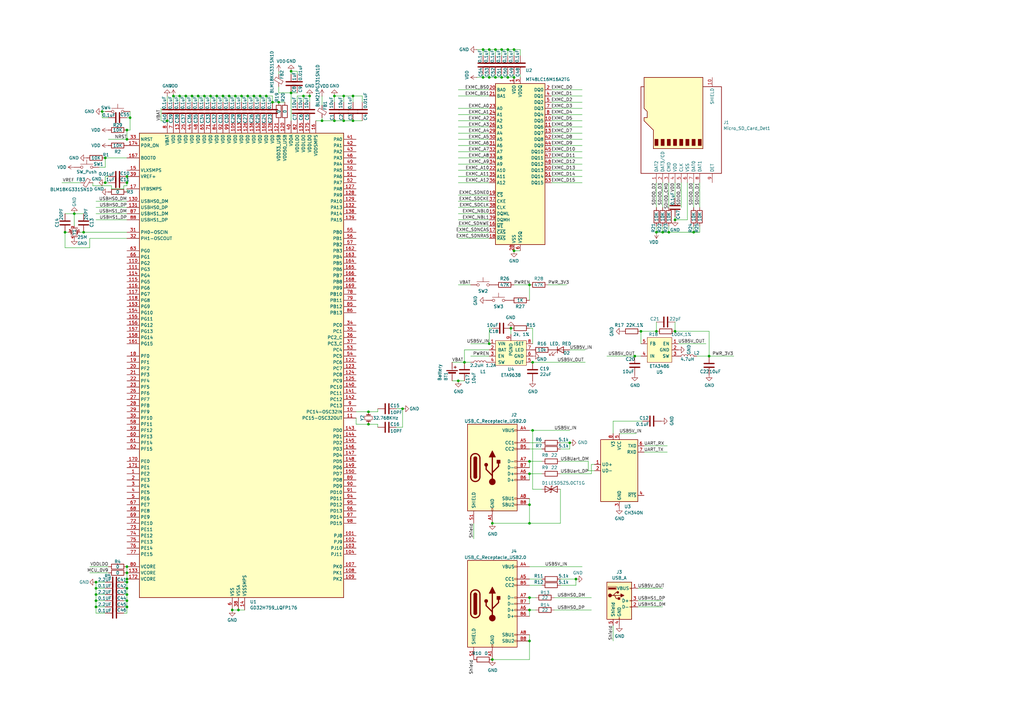
<source format=kicad_sch>
(kicad_sch (version 20231120) (generator "eeschema") (generator_version "8.0")
  (paper "A3")
  (lib_symbols
    (symbol "Connector:Micro_SD_Card_Det1"
      (property "Reference" "J" (at -16.51 17.78 0))
      (property "Value" "Micro_SD_Card_Det1" (at 16.51 17.78 0))
      (symbol "Micro_SD_Card_Det1_1_1"
        (pin bidirectional line (at -22.86 10.16 0) (length 3.81) (name "DAT2") (number "1"))
        (pin passive line (at 20.32 -12.7 180) (length 3.81) (name "SHIELD") (number "10"))
        (pin bidirectional line (at -22.86 7.62 0) (length 3.81) (name "DAT3/CD") (number "2"))
        (pin input line (at -22.86 5.08 0) (length 3.81) (name "CMD") (number "3"))
        (pin power_in line (at -22.86 2.54 0) (length 3.81) (name "VDD") (number "4"))
        (pin input line (at -22.86 0 0) (length 3.81) (name "CLK") (number "5"))
        (pin power_in line (at -22.86 -2.54 0) (length 3.81) (name "VSS") (number "6"))
        (pin bidirectional line (at -22.86 -5.08 0) (length 3.81) (name "DAT0") (number "7"))
        (pin bidirectional line (at -22.86 -7.62 0) (length 3.81) (name "DAT1") (number "8"))
        (pin passive line (at -22.86 -12.7 0) (length 3.81) (name "DET") (number "9"))
      )
    )
    (symbol "Connector:USB_A" (pin_names (offset 1.016))
      (property "Reference" "J" (at -5.08 11.43 0))
      (property "Value" "USB_A" (at -5.08 8.89 0))
      (symbol "USB_A_1_1"
        (pin power_in line (at 7.62 5.08 180) (length 2.54) (name "VBUS") (number "1"))
        (pin bidirectional line (at 7.62 -2.54 180) (length 2.54) (name "D-") (number "2"))
        (pin bidirectional line (at 7.62 0 180) (length 2.54) (name "D+") (number "3"))
        (pin power_in line (at 0 -10.16 90) (length 2.54) (name "GND") (number "4"))
        (pin passive line (at -2.54 -10.16 90) (length 2.54) (name "Shield") (number "5"))
      )
    )
    (symbol "Connector:USB_C_Receptacle_USB2.0" (pin_names (offset 1.016))
      (property "Reference" "J" (at -10.16 19.05 0))
      (property "Value" "USB_C_Receptacle_USB2.0" (at 19.05 19.05 0))
      (symbol "USB_C_Receptacle_USB2.0_1_1"
        (pin passive line (at 0 -22.86 90) (length 5.08) (name "GND") (number "A1"))
        (pin passive line (at 0 -22.86 90) (length 5.08) hide (name "GND") (number "A12"))
        (pin passive line (at 15.24 15.24 180) (length 5.08) (name "VBUS") (number "A4"))
        (pin bidirectional line (at 15.24 10.16 180) (length 5.08) (name "CC1") (number "A5"))
        (pin bidirectional line (at 15.24 -2.54 180) (length 5.08) (name "D+") (number "A6"))
        (pin bidirectional line (at 15.24 2.54 180) (length 5.08) (name "D-") (number "A7"))
        (pin bidirectional line (at 15.24 -12.7 180) (length 5.08) (name "SBU1") (number "A8"))
        (pin passive line (at 15.24 15.24 180) (length 5.08) hide (name "VBUS") (number "A9"))
        (pin passive line (at 0 -22.86 90) (length 5.08) hide (name "GND") (number "B1"))
        (pin passive line (at 0 -22.86 90) (length 5.08) hide (name "GND") (number "B12"))
        (pin passive line (at 15.24 15.24 180) (length 5.08) hide (name "VBUS") (number "B4"))
        (pin bidirectional line (at 15.24 7.62 180) (length 5.08) (name "CC2") (number "B5"))
        (pin bidirectional line (at 15.24 -5.08 180) (length 5.08) (name "D+") (number "B6"))
        (pin bidirectional line (at 15.24 0 180) (length 5.08) (name "D-") (number "B7"))
        (pin bidirectional line (at 15.24 -15.24 180) (length 5.08) (name "SBU2") (number "B8"))
        (pin passive line (at 15.24 15.24 180) (length 5.08) hide (name "VBUS") (number "B9"))
        (pin passive line (at -7.62 -22.86 90) (length 5.08) (name "SHIELD") (number "S1"))
      )
    )
    (symbol "Device:Battery_Cell" (pin_numbers hide) (pin_names (offset 0) hide)
      (property "Reference" "BT" (at 2.54 2.54 0))
      (property "Value" "Battery_Cell" (at 2.54 0 0))
      (symbol "Battery_Cell_1_1"
        (pin passive line (at 0 5.08 270) (length 2.54) (name "+") (number "1"))
        (pin passive line (at 0 -2.54 90) (length 2.54) (name "-") (number "2"))
      )
    )
    (symbol "Device:C" (pin_numbers hide) (pin_names (offset 0.254))
      (property "Reference" "C" (at 0.635 2.54 0))
      (property "Value" "C" (at 0.635 -2.54 0))
      (symbol "C_1_1"
        (pin passive line (at 0 3.81 270) (length 2.794) (name "~") (number "1"))
        (pin passive line (at 0 -3.81 90) (length 2.794) (name "~") (number "2"))
      )
    )
    (symbol "Device:Crystal_GND24_Small" (pin_names (offset 1.016) hide)
      (property "Reference" "Y" (at 1.27 4.445 0))
      (property "Value" "Crystal_GND24_Small" (at 1.27 2.54 0))
      (symbol "Crystal_GND24_Small_1_1"
        (pin passive line (at -2.54 0 0) (length 1.27) (name "1") (number "1"))
        (pin passive line (at 0 -2.54 90) (length 0.635) (name "2") (number "2"))
        (pin passive line (at 2.54 0 180) (length 1.27) (name "3") (number "3"))
        (pin passive line (at 0 2.54 270) (length 0.635) (name "4") (number "4"))
      )
    )
    (symbol "Device:Crystal_Small" (pin_numbers hide) (pin_names (offset 1.016) hide)
      (property "Reference" "Y" (at 0 2.54 0))
      (property "Value" "Crystal_Small" (at 0 -2.54 0))
      (symbol "Crystal_Small_1_1"
        (pin passive line (at -2.54 0 0) (length 1.27) (name "1") (number "1"))
        (pin passive line (at 2.54 0 180) (length 1.27) (name "2") (number "2"))
      )
    )
    (symbol "Device:D_TVS" (pin_numbers hide) (pin_names (offset 1.016) hide)
      (property "Reference" "D" (at 0 2.54 0))
      (property "Value" "D_TVS" (at 0 -2.54 0))
      (symbol "D_TVS_1_1"
        (pin passive line (at -3.81 0 0) (length 2.54) (name "A1") (number "1"))
        (pin passive line (at 3.81 0 180) (length 2.54) (name "A2") (number "2"))
      )
    )
    (symbol "Device:FerriteBead_Small" (pin_numbers hide) (pin_names (offset 0))
      (property "Reference" "FB" (at 1.905 1.27 0))
      (property "Value" "FerriteBead_Small" (at 1.905 -1.27 0))
      (symbol "FerriteBead_Small_1_1"
        (pin passive line (at 0 2.54 270) (length 1.27) (name "~") (number "1"))
        (pin passive line (at 0 -2.54 90) (length 1.27) (name "~") (number "2"))
      )
    )
    (symbol "Device:L" (pin_numbers hide) (pin_names (offset 1.016) hide)
      (property "Reference" "L" (at -1.27 0 90))
      (property "Value" "L" (at 1.905 0 90))
      (symbol "L_1_1"
        (pin passive line (at 0 3.81 270) (length 1.27) (name "1") (number "1"))
        (pin passive line (at 0 -3.81 90) (length 1.27) (name "2") (number "2"))
      )
    )
    (symbol "Device:LED" (pin_numbers hide) (pin_names (offset 1.016) hide)
      (property "Reference" "D" (at 0 2.54 0))
      (property "Value" "LED" (at 0 -2.54 0))
      (symbol "LED_1_1"
        (pin passive line (at -3.81 0 0) (length 2.54) (name "K") (number "1"))
        (pin passive line (at 3.81 0 180) (length 2.54) (name "A") (number "2"))
      )
    )
    (symbol "Device:R" (pin_numbers hide) (pin_names (offset 0))
      (property "Reference" "R" (at 2.032 0 90))
      (property "Value" "R" (at 0 0 90))
      (symbol "R_1_1"
        (pin passive line (at 0 3.81 270) (length 1.27) (name "~") (number "1"))
        (pin passive line (at 0 -3.81 90) (length 1.27) (name "~") (number "2"))
      )
    )
    (symbol "Memory_RAM:MT48LC16M16A2TG"
      (property "Reference" "U" (at -8.89 34.29 0))
      (property "Value" "MT48LC16M16A2TG" (at 8.89 34.29 0))
      (symbol "MT48LC16M16A2TG_1_1"
        (pin power_in line (at -2.54 35.56 270) (length 2.54) (name "VDD") (number "1"))
        (pin bidirectional line (at 12.7 17.78 180) (length 2.54) (name "DQ5") (number "10"))
        (pin bidirectional line (at 12.7 15.24 180) (length 2.54) (name "DQ6") (number "11"))
        (pin passive line (at 0 -35.56 90) (length 2.54) hide (name "VSSQ") (number "12"))
        (pin bidirectional line (at 12.7 12.7 180) (length 2.54) (name "DQ7") (number "13"))
        (pin passive line (at -2.54 35.56 270) (length 2.54) hide (name "VDD") (number "14"))
        (pin input line (at -12.7 -20.32 0) (length 2.54) (name "DQML") (number "15"))
        (pin input line (at -12.7 -25.4 0) (length 2.54) (name "~{WE}") (number "16"))
        (pin input line (at -12.7 -27.94 0) (length 2.54) (name "~{CAS}") (number "17"))
        (pin input line (at -12.7 -30.48 0) (length 2.54) (name "~{RAS}") (number "18"))
        (pin input line (at -12.7 -12.7 0) (length 2.54) (name "~{CS}") (number "19"))
        (pin bidirectional line (at 12.7 30.48 180) (length 2.54) (name "DQ0") (number "2"))
        (pin input line (at -12.7 30.48 0) (length 2.54) (name "BA0") (number "20"))
        (pin input line (at -12.7 27.94 0) (length 2.54) (name "BA1") (number "21"))
        (pin input line (at -12.7 -2.54 0) (length 2.54) (name "A10") (number "22"))
        (pin input line (at -12.7 22.86 0) (length 2.54) (name "A0") (number "23"))
        (pin input line (at -12.7 20.32 0) (length 2.54) (name "A1") (number "24"))
        (pin input line (at -12.7 17.78 0) (length 2.54) (name "A2") (number "25"))
        (pin input line (at -12.7 15.24 0) (length 2.54) (name "A3") (number "26"))
        (pin passive line (at -2.54 35.56 270) (length 2.54) hide (name "VDD") (number "27"))
        (pin power_in line (at -2.54 -35.56 90) (length 2.54) (name "VSS") (number "28"))
        (pin input line (at -12.7 12.7 0) (length 2.54) (name "A4") (number "29"))
        (pin power_in line (at 0 35.56 270) (length 2.54) (name "VDDQ") (number "3"))
        (pin input line (at -12.7 10.16 0) (length 2.54) (name "A5") (number "30"))
        (pin input line (at -12.7 7.62 0) (length 2.54) (name "A6") (number "31"))
        (pin input line (at -12.7 5.08 0) (length 2.54) (name "A7") (number "32"))
        (pin input line (at -12.7 2.54 0) (length 2.54) (name "A8") (number "33"))
        (pin input line (at -12.7 0 0) (length 2.54) (name "A9") (number "34"))
        (pin input line (at -12.7 -5.08 0) (length 2.54) (name "A11") (number "35"))
        (pin input line (at -12.7 -7.62 0) (length 2.54) (name "A12") (number "36"))
        (pin input line (at -12.7 -15.24 0) (length 2.54) (name "CKE") (number "37"))
        (pin input line (at -12.7 -17.78 0) (length 2.54) (name "CLK") (number "38"))
        (pin input line (at -12.7 -22.86 0) (length 2.54) (name "DQMH") (number "39"))
        (pin bidirectional line (at 12.7 27.94 180) (length 2.54) (name "DQ1") (number "4"))
        (pin no_connect line (at 10.16 -20.32 180) (length 2.54) hide (name "NC") (number "40"))
        (pin passive line (at -2.54 -35.56 90) (length 2.54) hide (name "VSS") (number "41"))
        (pin bidirectional line (at 12.7 10.16 180) (length 2.54) (name "DQ8") (number "42"))
        (pin passive line (at 0 35.56 270) (length 2.54) hide (name "VDDQ") (number "43"))
        (pin bidirectional line (at 12.7 7.62 180) (length 2.54) (name "DQ9") (number "44"))
        (pin bidirectional line (at 12.7 5.08 180) (length 2.54) (name "DQ10") (number "45"))
        (pin passive line (at 0 -35.56 90) (length 2.54) hide (name "VSSQ") (number "46"))
        (pin bidirectional line (at 12.7 2.54 180) (length 2.54) (name "DQ11") (number "47"))
        (pin bidirectional line (at 12.7 0 180) (length 2.54) (name "DQ12") (number "48"))
        (pin passive line (at 0 35.56 270) (length 2.54) hide (name "VDDQ") (number "49"))
        (pin bidirectional line (at 12.7 25.4 180) (length 2.54) (name "DQ2") (number "5"))
        (pin bidirectional line (at 12.7 -2.54 180) (length 2.54) (name "DQ13") (number "50"))
        (pin bidirectional line (at 12.7 -5.08 180) (length 2.54) (name "DQ14") (number "51"))
        (pin passive line (at 0 -35.56 90) (length 2.54) hide (name "VSSQ") (number "52"))
        (pin bidirectional line (at 12.7 -7.62 180) (length 2.54) (name "DQ15") (number "53"))
        (pin passive line (at -2.54 -35.56 90) (length 2.54) hide (name "VSS") (number "54"))
        (pin power_in line (at 0 -35.56 90) (length 2.54) (name "VSSQ") (number "6"))
        (pin bidirectional line (at 12.7 22.86 180) (length 2.54) (name "DQ3") (number "7"))
        (pin bidirectional line (at 12.7 20.32 180) (length 2.54) (name "DQ4") (number "8"))
        (pin passive line (at 0 35.56 270) (length 2.54) hide (name "VDDQ") (number "9"))
      )
    )
    (symbol "Switch:SW_Push" (pin_numbers hide) (pin_names (offset 1.016) hide)
      (property "Reference" "SW" (at 1.27 2.54 0))
      (property "Value" "SW_Push" (at 0 -1.524 0))
      (symbol "SW_Push_0_1"
        (pin passive line (at -5.08 0 0) (length 2.54) (name "1") (number "1"))
        (pin passive line (at 5.08 0 180) (length 2.54) (name "2") (number "2"))
      )
    )
    (symbol "VSF:CH340N"
      (property "Reference" "U" (at -6.985 13.97 0))
      (property "Value" "CH340N" (at 5.08 13.97 0))
      (symbol "CH340N_1_1"
        (pin bidirectional line (at -10.16 2.54 0) (length 2.54) (name "UD+") (number "1"))
        (pin bidirectional line (at -10.16 0 0) (length 2.54) (name "UD-") (number "2"))
        (pin power_in line (at 0 -15.24 90) (length 2.54) (name "GND") (number "3"))
        (pin output line (at 10.16 -10.16 180) (length 2.54) (name "~{RTS}") (number "4"))
        (pin power_in line (at 0 15.24 270) (length 2.54) (name "VCC") (number "5"))
        (pin output line (at 10.16 10.16 180) (length 2.54) (name "TXD") (number "6"))
        (pin input line (at 10.16 7.62 180) (length 2.54) (name "RXD") (number "7"))
        (pin passive line (at -2.54 15.24 270) (length 2.54) (name "V3") (number "8"))
      )
    )
    (symbol "VSF:ETA3486" (pin_names (offset 1.016))
      (property "Reference" "U4" (at 0 10.16 0))
      (property "Value" "ETA3486" (at 0 7.62 0))
      (symbol "ETA3486_1_1"
        (pin input line (at -7.62 2.54 0) (length 2.54) (name "EN") (number "1"))
        (pin power_in line (at -7.62 0 0) (length 2.54) (name "GND") (number "2"))
        (pin power_out line (at -7.62 -2.54 0) (length 2.54) (name "SW") (number "3"))
        (pin power_in line (at 7.62 -2.54 180) (length 2.54) (name "IN") (number "4"))
        (pin input line (at 7.62 2.54 180) (length 2.54) (name "FB") (number "5"))
      )
    )
    (symbol "VSF:ETA9638" (pin_names (offset 1.016))
      (property "Reference" "U" (at -5.08 6.35 0))
      (property "Value" "ETA9638" (at 3.81 -6.35 0))
      (symbol "ETA9638_1_1"
        (pin power_in line (at -8.89 3.81 0) (length 2.54) (name "VIN") (number "1"))
        (pin bidirectional line (at -8.89 1.27 0) (length 2.54) (name "BAT") (number "2"))
        (pin bidirectional line (at -8.89 -1.27 0) (length 2.54) (name "EN") (number "3"))
        (pin bidirectional line (at -8.89 -3.81 0) (length 2.54) (name "SW") (number "4"))
        (pin bidirectional line (at 8.89 -3.81 180) (length 2.54) (name "OUT") (number "5"))
        (pin power_in line (at 8.89 -1.27 180) (length 2.54) (name "GND") (number "6"))
        (pin bidirectional line (at 8.89 1.27 180) (length 2.54) (name "LED") (number "7"))
        (pin bidirectional line (at 8.89 3.81 180) (length 2.54) (name "ISET") (number "8"))
        (pin power_in line (at 0 7.62 270) (length 2.54) (name "PGND") (number "9"))
      )
    )
    (symbol "VSF:GD32H759_LQFP176"
      (property "Reference" "U" (at -40.64 97.79 0))
      (property "Value" "GD32H759_LQFP176" (at 35.56 97.79 0))
      (symbol "GD32H759_LQFP176_1_1"
        (pin bidirectional line (at -45.72 -43.18 0) (length 5.08) (name "PE2") (number "1"))
        (pin bidirectional line (at 48.26 -17.78 180) (length 5.08) (name "PC14-OSC32IN") (number "10"))
        (pin passive line (at -2.54 -99.06 90) (length 5.08) hide (name "VSS") (number "100"))
        (pin power_out line (at 48.26 -68.58 180) (length 5.08) (name "PJ8") (number "101"))
        (pin power_in line (at 48.26 -71.12 180) (length 5.08) (name "PJ9") (number "102"))
        (pin bidirectional line (at 48.26 -73.66 180) (length 5.08) (name "PJ10") (number "103"))
        (pin bidirectional line (at 48.26 -76.2 180) (length 5.08) (name "PJ11") (number "104"))
        (pin power_in line (at -1.27 101.6 270) (length 5.08) (name "VDD") (number "105"))
        (pin passive line (at -2.54 -99.06 90) (length 5.08) hide (name "VSS") (number "106"))
        (pin bidirectional line (at 48.26 -81.28 180) (length 5.08) (name "PK0") (number "107"))
        (pin bidirectional line (at 48.26 -83.82 180) (length 5.08) (name "PK1") (number "108"))
        (pin bidirectional line (at 48.26 -86.36 180) (length 5.08) (name "PK2") (number "109"))
        (pin bidirectional line (at 48.26 -20.32 180) (length 5.08) (name "PC15-OSC32OUT") (number "11"))
        (pin bidirectional line (at -45.72 43.18 0) (length 5.08) (name "PG2") (number "110"))
        (pin bidirectional line (at -45.72 40.64 0) (length 5.08) (name "PG3") (number "111"))
        (pin passive line (at -2.54 -99.06 90) (length 5.08) hide (name "VSS") (number "112"))
        (pin power_in line (at 1.27 101.6 270) (length 5.08) (name "VDD") (number "113"))
        (pin bidirectional line (at -45.72 38.1 0) (length 5.08) (name "PG4") (number "114"))
        (pin bidirectional line (at -45.72 35.56 0) (length 5.08) (name "PG5") (number "115"))
        (pin bidirectional line (at -45.72 33.02 0) (length 5.08) (name "PG6") (number "116"))
        (pin bidirectional line (at -45.72 30.48 0) (length 5.08) (name "PG7") (number "117"))
        (pin bidirectional line (at -45.72 27.94 0) (length 5.08) (name "PG8") (number "118"))
        (pin passive line (at -2.54 -99.06 90) (length 5.08) hide (name "VSS") (number "119"))
        (pin passive line (at -2.54 -99.06 90) (length 5.08) hide (name "VSS") (number "12"))
        (pin power_in line (at 19.05 101.6 270) (length 5.08) (name "VDD50_USB") (number "120"))
        (pin power_in line (at 16.51 101.6 270) (length 5.08) (name "VDD33_USB") (number "121"))
        (pin bidirectional line (at 48.26 2.54 180) (length 5.08) (name "PC6") (number "122"))
        (pin bidirectional line (at 48.26 0 180) (length 5.08) (name "PC7") (number "123"))
        (pin bidirectional line (at 48.26 -2.54 180) (length 5.08) (name "PC8") (number "124"))
        (pin bidirectional line (at 48.26 -5.08 180) (length 5.08) (name "PC9") (number "125"))
        (pin power_in line (at 3.81 101.6 270) (length 5.08) (name "VDD") (number "126"))
        (pin bidirectional line (at 48.26 73.66 180) (length 5.08) (name "PA8") (number "127"))
        (pin bidirectional line (at 48.26 71.12 180) (length 5.08) (name "PA9") (number "128"))
        (pin bidirectional line (at 48.26 68.58 180) (length 5.08) (name "PA10") (number "129"))
        (pin power_in line (at -24.13 101.6 270) (length 5.08) (name "VDD") (number "13"))
        (pin bidirectional line (at -45.72 68.58 0) (length 5.08) (name "USBHS0_DM") (number "130"))
        (pin bidirectional line (at -45.72 66.04 0) (length 5.08) (name "USBHS0_DP") (number "131"))
        (pin bidirectional line (at 48.26 66.04 180) (length 5.08) (name "PA13") (number "132"))
        (pin power_out line (at -45.72 -83.82 0) (length 5.08) (name "VCORE") (number "133"))
        (pin passive line (at -2.54 -99.06 90) (length 5.08) hide (name "VSS") (number "134"))
        (pin power_in line (at 26.67 101.6 270) (length 5.08) (name "VDDLDO") (number "135"))
        (pin power_in line (at 6.35 101.6 270) (length 5.08) (name "VDD") (number "136"))
        (pin passive line (at -2.54 -99.06 90) (length 5.08) hide (name "VSS") (number "137"))
        (pin bidirectional line (at 48.26 63.5 180) (length 5.08) (name "PA14") (number "138"))
        (pin bidirectional line (at 48.26 60.96 180) (length 5.08) (name "PA15") (number "139"))
        (pin power_in line (at 2.54 -99.06 90) (length 5.08) (name "VSSSMPS") (number "14"))
        (pin bidirectional line (at 48.26 -7.62 180) (length 5.08) (name "PC10") (number "140"))
        (pin bidirectional line (at 48.26 -10.16 180) (length 5.08) (name "PC11") (number "141"))
        (pin bidirectional line (at 48.26 -12.7 180) (length 5.08) (name "PC12") (number "142"))
        (pin bidirectional line (at 48.26 -25.4 180) (length 5.08) (name "PD0") (number "143"))
        (pin bidirectional line (at 48.26 -27.94 180) (length 5.08) (name "PD1") (number "144"))
        (pin bidirectional line (at 48.26 -30.48 180) (length 5.08) (name "PD2") (number "145"))
        (pin bidirectional line (at 48.26 -33.02 180) (length 5.08) (name "PD3") (number "146"))
        (pin bidirectional line (at 48.26 -35.56 180) (length 5.08) (name "PD4") (number "147"))
        (pin bidirectional line (at 48.26 -38.1 180) (length 5.08) (name "PD5") (number "148"))
        (pin bidirectional line (at 48.26 -40.64 180) (length 5.08) (name "PD6") (number "149"))
        (pin power_in line (at -45.72 81.28 0) (length 5.08) (name "VLXSMPS") (number "15"))
        (pin bidirectional line (at 48.26 -43.18 180) (length 5.08) (name "PD7") (number "150"))
        (pin passive line (at -2.54 -99.06 90) (length 5.08) hide (name "VSS") (number "151"))
        (pin power_in line (at 8.89 101.6 270) (length 5.08) (name "VDD") (number "152"))
        (pin bidirectional line (at -45.72 25.4 0) (length 5.08) (name "PG9") (number "153"))
        (pin bidirectional line (at -45.72 22.86 0) (length 5.08) (name "PG10") (number "154"))
        (pin bidirectional line (at -45.72 20.32 0) (length 5.08) (name "PG11") (number "155"))
        (pin bidirectional line (at -45.72 17.78 0) (length 5.08) (name "PG12") (number "156"))
        (pin bidirectional line (at -45.72 15.24 0) (length 5.08) (name "PG13") (number "157"))
        (pin bidirectional line (at -45.72 12.7 0) (length 5.08) (name "PG14") (number "158"))
        (pin passive line (at -2.54 -99.06 90) (length 5.08) hide (name "VSS") (number "159"))
        (pin power_in line (at 31.75 101.6 270) (length 5.08) (name "VDDSMPS") (number "16"))
        (pin power_in line (at 11.43 101.6 270) (length 5.08) (name "VDD") (number "160"))
        (pin bidirectional line (at -45.72 10.16 0) (length 5.08) (name "PG15") (number "161"))
        (pin bidirectional line (at 48.26 48.26 180) (length 5.08) (name "PB3") (number "162"))
        (pin bidirectional line (at 48.26 45.72 180) (length 5.08) (name "PB4") (number "163"))
        (pin bidirectional line (at 48.26 43.18 180) (length 5.08) (name "PB5") (number "164"))
        (pin bidirectional line (at 48.26 40.64 180) (length 5.08) (name "PB6") (number "165"))
        (pin bidirectional line (at 48.26 38.1 180) (length 5.08) (name "PB7") (number "166"))
        (pin input line (at -45.72 86.36 0) (length 5.08) (name "BOOT0") (number "167"))
        (pin bidirectional line (at 48.26 35.56 180) (length 5.08) (name "PB8") (number "168"))
        (pin bidirectional line (at 48.26 33.02 180) (length 5.08) (name "PB9") (number "169"))
        (pin input line (at -45.72 73.66 0) (length 5.08) (name "VFBSMPS") (number "17"))
        (pin bidirectional line (at -45.72 -38.1 0) (length 5.08) (name "PE0") (number "170"))
        (pin bidirectional line (at -45.72 -40.64 0) (length 5.08) (name "PE1") (number "171"))
        (pin power_out line (at -45.72 -86.36 0) (length 5.08) (name "VCORE") (number "172"))
        (pin passive line (at -2.54 -99.06 90) (length 5.08) hide (name "VSS") (number "173"))
        (pin input line (at -45.72 91.44 0) (length 5.08) (name "PDR_ON") (number "174"))
        (pin power_in line (at 29.21 101.6 270) (length 5.08) (name "VDDLDO") (number "175"))
        (pin power_in line (at 13.97 101.6 270) (length 5.08) (name "VDD") (number "176"))
        (pin bidirectional line (at -45.72 5.08 0) (length 5.08) (name "PF0") (number "18"))
        (pin bidirectional line (at -45.72 2.54 0) (length 5.08) (name "PF1") (number "19"))
        (pin bidirectional line (at -45.72 -45.72 0) (length 5.08) (name "PE3") (number "2"))
        (pin bidirectional line (at -45.72 0 0) (length 5.08) (name "PF2") (number "20"))
        (pin bidirectional line (at -45.72 -2.54 0) (length 5.08) (name "PF3") (number "21"))
        (pin bidirectional line (at -45.72 -5.08 0) (length 5.08) (name "PF4") (number "22"))
        (pin bidirectional line (at -45.72 -7.62 0) (length 5.08) (name "PF5") (number "23"))
        (pin passive line (at -2.54 -99.06 90) (length 5.08) hide (name "VSS") (number "24"))
        (pin power_in line (at -21.59 101.6 270) (length 5.08) (name "VDD") (number "25"))
        (pin bidirectional line (at -45.72 -10.16 0) (length 5.08) (name "PF6") (number "26"))
        (pin bidirectional line (at -45.72 -12.7 0) (length 5.08) (name "PF7") (number "27"))
        (pin bidirectional line (at -45.72 -15.24 0) (length 5.08) (name "PF8") (number "28"))
        (pin bidirectional line (at -45.72 -17.78 0) (length 5.08) (name "PF9") (number "29"))
        (pin bidirectional line (at -45.72 -48.26 0) (length 5.08) (name "PE4") (number "3"))
        (pin bidirectional line (at -45.72 -20.32 0) (length 5.08) (name "PF10") (number "30"))
        (pin bidirectional line (at -45.72 55.88 0) (length 5.08) (name "PH0-OSCIN") (number "31"))
        (pin bidirectional line (at -45.72 53.34 0) (length 5.08) (name "PH1-OSCOUT") (number "32"))
        (pin input line (at -45.72 93.98 0) (length 5.08) (name "NRST") (number "33"))
        (pin bidirectional line (at 48.26 17.78 180) (length 5.08) (name "PC0") (number "34"))
        (pin bidirectional line (at 48.26 15.24 180) (length 5.08) (name "PC1") (number "35"))
        (pin bidirectional line (at 48.26 12.7 180) (length 5.08) (name "PC2_C") (number "36"))
        (pin bidirectional line (at 48.26 10.16 180) (length 5.08) (name "PC3_C") (number "37"))
        (pin power_in line (at 0 -99.06 90) (length 5.08) (name "VSSA") (number "38"))
        (pin input line (at -45.72 78.74 0) (length 5.08) (name "VREF+") (number "39"))
        (pin bidirectional line (at -45.72 -50.8 0) (length 5.08) (name "PE5") (number "4"))
        (pin power_in line (at 21.59 101.6 270) (length 5.08) (name "VDDA") (number "40"))
        (pin bidirectional line (at 48.26 93.98 180) (length 5.08) (name "PA0") (number "41"))
        (pin bidirectional line (at 48.26 91.44 180) (length 5.08) (name "PA1") (number "42"))
        (pin bidirectional line (at 48.26 88.9 180) (length 5.08) (name "PA2") (number "43"))
        (pin power_in line (at -19.05 101.6 270) (length 5.08) (name "VDD") (number "44"))
        (pin passive line (at -2.54 -99.06 90) (length 5.08) hide (name "VSS") (number "45"))
        (pin bidirectional line (at 48.26 86.36 180) (length 5.08) (name "PA3") (number "46"))
        (pin passive line (at -2.54 -99.06 90) (length 5.08) hide (name "VSS") (number "47"))
        (pin power_in line (at -16.51 101.6 270) (length 5.08) (name "VDD") (number "48"))
        (pin bidirectional line (at 48.26 83.82 180) (length 5.08) (name "PA4") (number "49"))
        (pin bidirectional line (at -45.72 -53.34 0) (length 5.08) (name "PE6") (number "5"))
        (pin bidirectional line (at 48.26 81.28 180) (length 5.08) (name "PA5") (number "50"))
        (pin bidirectional line (at 48.26 78.74 180) (length 5.08) (name "PA6") (number "51"))
        (pin bidirectional line (at 48.26 76.2 180) (length 5.08) (name "PA7") (number "52"))
        (pin bidirectional line (at 48.26 7.62 180) (length 5.08) (name "PC4") (number "53"))
        (pin bidirectional line (at 48.26 5.08 180) (length 5.08) (name "PC5") (number "54"))
        (pin bidirectional line (at 48.26 55.88 180) (length 5.08) (name "PB0") (number "55"))
        (pin bidirectional line (at 48.26 53.34 180) (length 5.08) (name "PB1") (number "56"))
        (pin bidirectional line (at 48.26 50.8 180) (length 5.08) (name "PB2") (number "57"))
        (pin bidirectional line (at -45.72 -22.86 0) (length 5.08) (name "PF11") (number "58"))
        (pin bidirectional line (at -45.72 -25.4 0) (length 5.08) (name "PF12") (number "59"))
        (pin power_in line (at -2.54 -99.06 90) (length 5.08) (name "VSS") (number "6"))
        (pin bidirectional line (at -45.72 -27.94 0) (length 5.08) (name "PF13") (number "60"))
        (pin bidirectional line (at -45.72 -30.48 0) (length 5.08) (name "PF14") (number "61"))
        (pin bidirectional line (at -45.72 -33.02 0) (length 5.08) (name "PF15") (number "62"))
        (pin bidirectional line (at -45.72 48.26 0) (length 5.08) (name "PG0") (number "63"))
        (pin passive line (at -2.54 -99.06 90) (length 5.08) hide (name "VSS") (number "64"))
        (pin power_in line (at -13.97 101.6 270) (length 5.08) (name "VDD") (number "65"))
        (pin bidirectional line (at -45.72 45.72 0) (length 5.08) (name "PG1") (number "66"))
        (pin bidirectional line (at -45.72 -55.88 0) (length 5.08) (name "PE7") (number "67"))
        (pin bidirectional line (at -45.72 -58.42 0) (length 5.08) (name "PE8") (number "68"))
        (pin bidirectional line (at -45.72 -60.96 0) (length 5.08) (name "PE9") (number "69"))
        (pin power_in line (at -26.67 101.6 270) (length 5.08) (name "VDD") (number "7"))
        (pin passive line (at -2.54 -99.06 90) (length 5.08) hide (name "VSS") (number "70"))
        (pin power_in line (at -11.43 101.6 270) (length 5.08) (name "VDD") (number "71"))
        (pin bidirectional line (at -45.72 -63.5 0) (length 5.08) (name "PE10") (number "72"))
        (pin bidirectional line (at -45.72 -66.04 0) (length 5.08) (name "PE11") (number "73"))
        (pin bidirectional line (at -45.72 -68.58 0) (length 5.08) (name "PE12") (number "74"))
        (pin bidirectional line (at -45.72 -71.12 0) (length 5.08) (name "PE13") (number "75"))
        (pin bidirectional line (at -45.72 -73.66 0) (length 5.08) (name "PE14") (number "76"))
        (pin bidirectional line (at -45.72 -76.2 0) (length 5.08) (name "PE15") (number "77"))
        (pin bidirectional line (at 48.26 30.48 180) (length 5.08) (name "PB10") (number "78"))
        (pin bidirectional line (at 48.26 27.94 180) (length 5.08) (name "PB11") (number "79"))
        (pin power_in line (at -29.21 101.6 270) (length 5.08) (name "VBAT") (number "8"))
        (pin power_out line (at -45.72 -81.28 0) (length 5.08) (name "VCORE") (number "80"))
        (pin passive line (at -2.54 -99.06 90) (length 5.08) hide (name "VSS") (number "81"))
        (pin power_in line (at 24.13 101.6 270) (length 5.08) (name "VDDLDO") (number "82"))
        (pin passive line (at -2.54 -99.06 90) (length 5.08) hide (name "VSS") (number "83"))
        (pin power_in line (at -8.89 101.6 270) (length 5.08) (name "VDD") (number "84"))
        (pin bidirectional line (at 48.26 25.4 180) (length 5.08) (name "PB12") (number "85"))
        (pin bidirectional line (at 48.26 22.86 180) (length 5.08) (name "PB13") (number "86"))
        (pin bidirectional line (at -45.72 63.5 0) (length 5.08) (name "USBHS1_DM") (number "87"))
        (pin bidirectional line (at -45.72 60.96 0) (length 5.08) (name "USBHS1_DP") (number "88"))
        (pin bidirectional line (at 48.26 -45.72 180) (length 5.08) (name "PD8") (number "89"))
        (pin bidirectional line (at 48.26 -15.24 180) (length 5.08) (name "PC13") (number "9"))
        (pin bidirectional line (at 48.26 -48.26 180) (length 5.08) (name "PD9") (number "90"))
        (pin bidirectional line (at 48.26 -50.8 180) (length 5.08) (name "PD10") (number "91"))
        (pin power_in line (at -6.35 101.6 270) (length 5.08) (name "VDD") (number "92"))
        (pin passive line (at -2.54 -99.06 90) (length 5.08) hide (name "VSS") (number "93"))
        (pin bidirectional line (at 48.26 -53.34 180) (length 5.08) (name "PD11") (number "94"))
        (pin bidirectional line (at 48.26 -55.88 180) (length 5.08) (name "PD12") (number "95"))
        (pin bidirectional line (at 48.26 -58.42 180) (length 5.08) (name "PD13") (number "96"))
        (pin bidirectional line (at 48.26 -60.96 180) (length 5.08) (name "PD14") (number "97"))
        (pin bidirectional line (at 48.26 -63.5 180) (length 5.08) (name "PD15") (number "98"))
        (pin power_in line (at -3.81 101.6 270) (length 5.08) (name "VDD") (number "99"))
      )
    )
    (symbol "power:GND" (power) (pin_numbers hide) (pin_names (offset 0) hide)
      (property "Value" "GND" (at 0 -3.81 0))
      (symbol "GND_1_1"
        (pin power_in line (at 0 0 270) (length 0) (name "~") (number "1"))
      )
    )
    (symbol "power:VDD" (power) (pin_numbers hide) (pin_names (offset 0) hide)
      (property "Value" "VDD" (at 0 3.556 0))
      (symbol "VDD_1_1"
        (pin power_in line (at 0 0 90) (length 0) (name "~") (number "1"))
      )
    )
  )
  (junction (at 73.66 39.37))
  (junction (at 39.37 243.84))
  (junction (at 200.66 31.75))
  (junction (at 217.17 116.84))
  (junction (at 210.82 20.32))
  (junction (at 91.44 39.37))
  (junction (at 71.12 39.37))
  (junction (at 52.07 234.95))
  (junction (at 127 39.37))
  (junction (at 96.52 39.37))
  (junction (at 137.16 49.53))
  (junction (at 144.78 39.37))
  (junction (at 210.82 102.87))
  (junction (at 43.18 64.77))
  (junction (at 205.74 31.75))
  (junction (at 39.37 241.3))
  (junction (at 68.58 49.53))
  (junction (at 198.12 20.32))
  (junction (at 276.86 135.89))
  (junction (at 276.86 90.17))
  (junction (at 52.07 57.15))
  (junction (at 209.55 134.62))
  (junction (at 203.2 20.32))
  (junction (at 217.17 245.11))
  (junction (at 41.91 45.72))
  (junction (at 217.17 207.01))
  (junction (at 187.96 156.21))
  (junction (at 137.16 39.37))
  (junction (at 52.07 248.92))
  (junction (at 208.28 20.32))
  (junction (at 260.35 146.05))
  (junction (at 26.67 95.25))
  (junction (at 104.14 39.37))
  (junction (at 151.13 168.91))
  (junction (at 95.25 250.19))
  (junction (at 53.34 48.26))
  (junction (at 205.74 20.32))
  (junction (at 52.07 246.38))
  (junction (at 284.48 95.25))
  (junction (at 101.6 39.37))
  (junction (at 76.2 39.37))
  (junction (at 269.24 135.89))
  (junction (at 144.78 49.53))
  (junction (at 165.1 167.64))
  (junction (at 52.07 74.93))
  (junction (at 86.36 39.37))
  (junction (at 30.48 87.63))
  (junction (at 39.37 248.92))
  (junction (at 217.17 189.23))
  (junction (at 271.78 95.25))
  (junction (at 52.07 53.34))
  (junction (at 217.17 262.89))
  (junction (at 52.07 72.39))
  (junction (at 119.38 38.1))
  (junction (at 210.82 31.75))
  (junction (at 236.22 237.49))
  (junction (at 208.28 31.75))
  (junction (at 140.97 39.37))
  (junction (at 190.5 148.59))
  (junction (at 83.82 39.37))
  (junction (at 290.83 146.05))
  (junction (at 132.08 49.53))
  (junction (at 52.07 241.3))
  (junction (at 233.68 181.61))
  (junction (at 151.13 173.99))
  (junction (at 93.98 39.37))
  (junction (at 106.68 39.37))
  (junction (at 39.37 238.76))
  (junction (at 217.17 194.31))
  (junction (at 34.29 95.25))
  (junction (at 203.2 31.75))
  (junction (at 201.93 270.51))
  (junction (at 262.89 135.89))
  (junction (at 97.79 250.19))
  (junction (at 119.38 29.21))
  (junction (at 43.18 74.93))
  (junction (at 52.07 243.84))
  (junction (at 200.66 140.97))
  (junction (at 114.3 41.91))
  (junction (at 111.76 41.91))
  (junction (at 52.07 237.49))
  (junction (at 269.24 95.25))
  (junction (at 39.37 246.38))
  (junction (at 99.06 39.37))
  (junction (at 140.97 49.53))
  (junction (at 274.32 95.25))
  (junction (at 124.46 39.37))
  (junction (at 78.74 39.37))
  (junction (at 52.07 232.41))
  (junction (at 52.07 238.76))
  (junction (at 198.12 31.75))
  (junction (at 109.22 39.37))
  (junction (at 201.93 214.63))
  (junction (at 81.28 39.37))
  (junction (at 217.17 214.63))
  (junction (at 218.44 176.53))
  (junction (at 88.9 39.37))
  (junction (at 200.66 20.32))
  (junction (at 217.17 250.19))
  (junction (at 218.44 148.59))
  (wire (pts (xy 222.25 237.49) (xy 217.17 237.49)))
  (wire (pts (xy 137.16 39.37) (xy 140.97 39.37)))
  (wire (pts (xy 274.32 95.25) (xy 271.78 95.25)))
  (wire (pts (xy 104.14 41.91) (xy 104.14 39.37)))
  (wire (pts (xy 30.48 87.63) (xy 30.48 92.71)))
  (wire (pts (xy 222.25 184.15) (xy 217.17 184.15)))
  (wire (pts (xy 114.3 41.91) (xy 116.84 41.91)))
  (wire (pts (xy 274.32 92.71) (xy 274.32 95.25)))
  (wire (pts (xy 210.82 116.84) (xy 217.17 116.84)))
  (wire (pts (xy 251.46 172.72) (xy 263.525 172.72)))
  (wire (pts (xy 39.37 248.92) (xy 39.37 246.38)))
  (wire (pts (xy 229.87 200.66) (xy 229.87 214.63)))
  (wire (pts (xy 201.93 270.51) (xy 217.17 270.51)))
  (wire (pts (xy 276.86 74.93) (xy 276.86 81.28)))
  (wire (pts (xy 271.78 95.25) (xy 269.24 95.25)))
  (wire (pts (xy 290.83 146.05) (xy 300.99 146.05)))
  (wire (pts (xy 262.89 135.89) (xy 269.24 135.89)))
  (wire (pts (xy 93.98 39.37) (xy 91.44 39.37)))
  (wire (pts (xy 281.94 74.93) (xy 281.94 90.17)))
  (wire (pts (xy 50.8 246.38) (xy 52.07 246.38)))
  (wire (pts (xy 274.32 74.93) (xy 274.32 85.09)))
  (wire (pts (xy 261.62 248.92) (xy 271.78 248.92)))
  (wire (pts (xy 260.35 146.05) (xy 262.89 146.05)))
  (wire (pts (xy 279.4 74.93) (xy 279.4 85.09)))
  (wire (pts (xy 287.02 95.25) (xy 284.48 95.25)))
  (wire (pts (xy 50.8 243.84) (xy 52.07 243.84)))
  (wire (pts (xy 81.28 39.37) (xy 78.74 39.37)))
  (wire (pts (xy 238.76 57.15) (xy 226.06 57.15)))
  (wire (pts (xy 218.44 200.66) (xy 218.44 176.53)))
  (wire (pts (xy 109.22 41.91) (xy 109.22 39.37)))
  (wire (pts (xy 217.17 194.31) (xy 217.17 196.85)))
  (wire (pts (xy 271.78 74.93) (xy 271.78 85.09)))
  (wire (pts (xy 91.44 41.91) (xy 91.44 39.37)))
  (wire (pts (xy 44.45 57.15) (xy 52.07 57.15)))
  (wire (pts (xy 187.96 57.15) (xy 200.66 57.15)))
  (wire (pts (xy 187.96 46.99) (xy 200.66 46.99)))
  (wire (pts (xy 185.42 148.59) (xy 190.5 148.59)))
  (wire (pts (xy 187.96 87.63) (xy 200.66 87.63)))
  (wire (pts (xy 242.57 190.5) (xy 243.84 190.5)))
  (wire (pts (xy 187.96 72.39) (xy 200.66 72.39)))
  (wire (pts (xy 276.86 88.9) (xy 276.86 90.17)))
  (wire (pts (xy 229.87 194.31) (xy 242.57 194.31)))
  (wire (pts (xy 26.67 95.25) (xy 27.94 95.25)))
  (wire (pts (xy 287.02 74.93) (xy 287.02 85.09)))
  (wire (pts (xy 187.96 85.09) (xy 200.66 85.09)))
  (wire (pts (xy 217.17 204.47) (xy 217.17 207.01)))
  (wire (pts (xy 190.5 143.51) (xy 190.5 148.59)))
  (wire (pts (xy 41.91 48.26) (xy 41.91 45.72)))
  (wire (pts (xy 284.48 92.71) (xy 284.48 95.25)))
  (wire (pts (xy 99.06 39.37) (xy 96.52 39.37)))
  (wire (pts (xy 208.28 30.48) (xy 208.28 31.75)))
  (wire (pts (xy 193.04 140.97) (xy 200.66 140.97)))
  (wire (pts (xy 187.96 36.83) (xy 200.66 36.83)))
  (wire (pts (xy 194.31 214.63) (xy 194.31 220.98)))
  (wire (pts (xy 238.76 54.61) (xy 226.06 54.61)))
  (wire (pts (xy 217.17 176.53) (xy 218.44 176.53)))
  (wire (pts (xy 121.92 41.91) (xy 121.92 39.37)))
  (wire (pts (xy 119.38 38.1) (xy 121.92 38.1)))
  (wire (pts (xy 40.64 68.58) (xy 43.18 68.58)))
  (wire (pts (xy 93.98 41.91) (xy 93.98 39.37)))
  (wire (pts (xy 238.76 67.31) (xy 226.06 67.31)))
  (wire (pts (xy 88.9 39.37) (xy 86.36 39.37)))
  (wire (pts (xy 187.96 82.55) (xy 200.66 82.55)))
  (wire (pts (xy 238.76 36.83) (xy 226.06 36.83)))
  (wire (pts (xy 238.76 69.85) (xy 226.06 69.85)))
  (wire (pts (xy 119.38 29.21) (xy 119.38 30.48)))
  (wire (pts (xy 52.07 248.92) (xy 50.8 248.92)))
  (wire (pts (xy 99.06 41.91) (xy 99.06 39.37)))
  (wire (pts (xy 43.18 248.92) (xy 39.37 248.92)))
  (wire (pts (xy 290.83 135.89) (xy 290.83 146.05)))
  (wire (pts (xy 76.2 41.91) (xy 76.2 39.37)))
  (wire (pts (xy 217.17 134.62) (xy 218.44 134.62)))
  (wire (pts (xy 148.59 39.37) (xy 148.59 41.91)))
  (wire (pts (xy 52.07 76.2) (xy 52.07 74.93)))
  (wire (pts (xy 264.16 185.42) (xy 273.685 185.42)))
  (wire (pts (xy 53.34 45.72) (xy 53.34 48.26)))
  (wire (pts (xy 190.5 148.59) (xy 193.04 148.59)))
  (wire (pts (xy 104.14 39.37) (xy 101.6 39.37)))
  (wire (pts (xy 269.24 132.08) (xy 269.24 135.89)))
  (wire (pts (xy 52.07 243.84) (xy 52.07 246.38)))
  (wire (pts (xy 111.76 41.91) (xy 114.3 41.91)))
  (wire (pts (xy 269.24 92.71) (xy 269.24 95.25)))
  (wire (pts (xy 52.07 97.79) (xy 36.83 97.79)))
  (wire (pts (xy 154.94 173.99) (xy 151.13 173.99)))
  (wire (pts (xy 210.82 20.32) (xy 208.28 20.32)))
  (wire (pts (xy 224.79 116.84) (xy 232.41 116.84)))
  (wire (pts (xy 144.78 49.53) (xy 148.59 49.53)))
  (wire (pts (xy 284.48 74.93) (xy 284.48 85.09)))
  (wire (pts (xy 238.76 44.45) (xy 226.06 44.45)))
  (wire (pts (xy 162.56 175.26) (xy 165.1 175.26)))
  (wire (pts (xy 83.82 39.37) (xy 81.28 39.37)))
  (wire (pts (xy 52.07 72.39) (xy 52.07 74.93)))
  (wire (pts (xy 52.07 78.74) (xy 52.07 77.47)))
  (wire (pts (xy 213.36 20.32) (xy 210.82 20.32)))
  (wire (pts (xy 210.82 22.86) (xy 210.82 20.32)))
  (wire (pts (xy 222.25 181.61) (xy 217.17 181.61)))
  (wire (pts (xy 68.58 39.37) (xy 68.58 41.91)))
  (wire (pts (xy 41.91 45.72) (xy 43.18 45.72)))
  (wire (pts (xy 233.68 184.15) (xy 233.68 181.61)))
  (wire (pts (xy 205.74 20.32) (xy 203.2 20.32)))
  (wire (pts (xy 213.36 30.48) (xy 213.36 31.75)))
  (wire (pts (xy 50.8 76.2) (xy 52.07 76.2)))
  (wire (pts (xy 200.66 31.75) (xy 203.2 31.75)))
  (wire (pts (xy 284.48 95.25) (xy 274.32 95.25)))
  (wire (pts (xy 52.07 238.76) (xy 52.07 241.3)))
  (wire (pts (xy 254 177.8) (xy 260.985 177.8)))
  (wire (pts (xy 154.94 175.26) (xy 154.94 173.99)))
  (wire (pts (xy 81.28 41.91) (xy 81.28 39.37)))
  (wire (pts (xy 200.66 143.51) (xy 190.5 143.51)))
  (wire (pts (xy 43.18 68.58) (xy 43.18 64.77)))
  (wire (pts (xy 132.08 49.53) (xy 132.08 48.26)))
  (wire (pts (xy 210.82 102.87) (xy 213.36 102.87)))
  (wire (pts (xy 96.52 41.91) (xy 96.52 39.37)))
  (wire (pts (xy 39.37 85.09) (xy 52.07 85.09)))
  (wire (pts (xy 132.08 39.37) (xy 132.08 43.18)))
  (wire (pts (xy 203.2 30.48) (xy 203.2 31.75)))
  (wire (pts (xy 121.92 30.48) (xy 121.92 29.21)))
  (wire (pts (xy 44.45 72.39) (xy 43.18 72.39)))
  (wire (pts (xy 187.96 116.84) (xy 193.04 116.84)))
  (wire (pts (xy 222.25 240.03) (xy 217.17 240.03)))
  (wire (pts (xy 95.25 250.19) (xy 97.79 250.19)))
  (wire (pts (xy 198.12 22.86) (xy 198.12 20.32)))
  (wire (pts (xy 271.78 92.71) (xy 271.78 95.25)))
  (wire (pts (xy 205.74 22.86) (xy 205.74 20.32)))
  (wire (pts (xy 198.12 31.75) (xy 200.66 31.75)))
  (wire (pts (xy 187.96 80.01) (xy 200.66 80.01)))
  (wire (pts (xy 229.87 184.15) (xy 233.68 184.15)))
  (wire (pts (xy 242.57 194.31) (xy 242.57 190.5)))
  (wire (pts (xy 52.07 232.41) (xy 52.07 234.95)))
  (wire (pts (xy 187.96 156.21) (xy 190.5 156.21)))
  (wire (pts (xy 217.17 245.11) (xy 219.71 245.11)))
  (wire (pts (xy 45.72 77.47) (xy 50.8 77.47)))
  (wire (pts (xy 50.8 251.46) (xy 52.07 251.46)))
  (wire (pts (xy 127 39.37) (xy 127 41.91)))
  (wire (pts (xy 140.97 39.37) (xy 140.97 41.91)))
  (wire (pts (xy 205.74 31.75) (xy 208.28 31.75)))
  (wire (pts (xy 203.2 31.75) (xy 205.74 31.75)))
  (wire (pts (xy 114.3 38.1) (xy 119.38 38.1)))
  (wire (pts (xy 208.28 22.86) (xy 208.28 20.32)))
  (wire (pts (xy 238.76 52.07) (xy 226.06 52.07)))
  (wire (pts (xy 217.17 232.41) (xy 238.76 232.41)))
  (wire (pts (xy 146.05 168.91) (xy 151.13 168.91)))
  (wire (pts (xy 38.1 74.93) (xy 38.1 76.2)))
  (wire (pts (xy 187.96 39.37) (xy 200.66 39.37)))
  (wire (pts (xy 187.96 52.07) (xy 200.66 52.07)))
  (wire (pts (xy 278.13 140.97) (xy 289.56 140.97)))
  (wire (pts (xy 101.6 39.37) (xy 99.06 39.37)))
  (wire (pts (xy 229.87 237.49) (xy 236.22 237.49)))
  (wire (pts (xy 50.8 238.76) (xy 52.07 238.76)))
  (wire (pts (xy 205.74 30.48) (xy 205.74 31.75)))
  (wire (pts (xy 229.87 181.61) (xy 233.68 181.61)))
  (wire (pts (xy 52.07 48.26) (xy 53.34 48.26)))
  (wire (pts (xy 238.76 41.91) (xy 226.06 41.91)))
  (wire (pts (xy 52.07 246.38) (xy 52.07 248.92)))
  (wire (pts (xy 193.04 146.05) (xy 200.66 146.05)))
  (wire (pts (xy 101.6 41.91) (xy 101.6 39.37)))
  (wire (pts (xy 36.83 232.41) (xy 44.45 232.41)))
  (wire (pts (xy 39.37 82.55) (xy 52.07 82.55)))
  (wire (pts (xy 281.94 90.17) (xy 276.86 90.17)))
  (wire (pts (xy 78.74 41.91) (xy 78.74 39.37)))
  (wire (pts (xy 25.4 74.93) (xy 33.02 74.93)))
  (wire (pts (xy 97.79 250.19) (xy 100.33 250.19)))
  (wire (pts (xy 233.68 143.51) (xy 240.03 143.51)))
  (wire (pts (xy 241.3 189.23) (xy 241.3 193.04)))
  (wire (pts (xy 66.04 44.45) (xy 66.04 49.53)))
  (wire (pts (xy 106.68 41.91) (xy 106.68 39.37)))
  (wire (pts (xy 39.37 243.84) (xy 39.37 241.3)))
  (wire (pts (xy 39.37 87.63) (xy 52.07 87.63)))
  (wire (pts (xy 217.17 116.84) (xy 217.17 123.19)))
  (wire (pts (xy 208.28 31.75) (xy 210.82 31.75)))
  (wire (pts (xy 154.94 167.64) (xy 154.94 168.91)))
  (wire (pts (xy 111.76 39.37) (xy 111.76 41.91)))
  (wire (pts (xy 86.36 41.91) (xy 86.36 39.37)))
  (wire (pts (xy 83.82 41.91) (xy 83.82 39.37)))
  (wire (pts (xy 52.07 53.34) (xy 52.07 57.15)))
  (wire (pts (xy 200.66 20.32) (xy 198.12 20.32)))
  (wire (pts (xy 229.87 214.63) (xy 217.17 214.63)))
  (wire (pts (xy 50.8 241.3) (xy 52.07 241.3)))
  (wire (pts (xy 86.36 39.37) (xy 83.82 39.37)))
  (wire (pts (xy 218.44 148.59) (xy 240.03 148.59)))
  (wire (pts (xy 217.17 262.89) (xy 217.17 270.51)))
  (wire (pts (xy 114.3 29.21) (xy 114.3 30.48)))
  (wire (pts (xy 144.78 39.37) (xy 144.78 41.91)))
  (wire (pts (xy 132.08 49.53) (xy 137.16 49.53)))
  (wire (pts (xy 109.22 39.37) (xy 106.68 39.37)))
  (wire (pts (xy 187.96 92.71) (xy 200.66 92.71)))
  (wire (pts (xy 229.87 189.23) (xy 241.3 189.23)))
  (wire (pts (xy 187.96 67.31) (xy 200.66 67.31)))
  (wire (pts (xy 251.46 256.54) (xy 251.46 262.89)))
  (wire (pts (xy 217.17 247.65) (xy 217.17 245.11)))
  (wire (pts (xy 52.07 234.95) (xy 52.07 237.49)))
  (wire (pts (xy 144.78 39.37) (xy 148.59 39.37)))
  (wire (pts (xy 43.18 74.93) (xy 44.45 74.93)))
  (wire (pts (xy 165.1 175.26) (xy 165.1 167.64)))
  (wire (pts (xy 34.29 95.25) (xy 52.07 95.25)))
  (wire (pts (xy 43.18 251.46) (xy 39.37 251.46)))
  (wire (pts (xy 137.16 39.37) (xy 137.16 41.91)))
  (wire (pts (xy 154.94 168.91) (xy 151.13 168.91)))
  (wire (pts (xy 248.92 146.05) (xy 260.35 146.05)))
  (wire (pts (xy 36.83 97.79) (xy 36.83 101.6)))
  (wire (pts (xy 129.54 49.53) (xy 132.08 49.53)))
  (wire (pts (xy 137.16 49.53) (xy 140.97 49.53)))
  (wire (pts (xy 124.46 39.37) (xy 127 39.37)))
  (wire (pts (xy 43.18 64.77) (xy 52.07 64.77)))
  (wire (pts (xy 39.37 241.3) (xy 39.37 238.76)))
  (wire (pts (xy 73.66 41.91) (xy 73.66 39.37)))
  (wire (pts (xy 43.18 241.3) (xy 39.37 241.3)))
  (wire (pts (xy 187.96 44.45) (xy 200.66 44.45)))
  (wire (pts (xy 78.74 39.37) (xy 76.2 39.37)))
  (wire (pts (xy 39.37 90.17) (xy 52.07 90.17)))
  (wire (pts (xy 38.1 76.2) (xy 45.72 76.2)))
  (wire (pts (xy 187.96 74.93) (xy 200.66 74.93)))
  (wire (pts (xy 238.76 49.53) (xy 226.06 49.53)))
  (wire (pts (xy 198.12 30.48) (xy 198.12 31.75)))
  (wire (pts (xy 238.76 39.37) (xy 226.06 39.37)))
  (wire (pts (xy 53.34 53.34) (xy 52.07 53.34)))
  (wire (pts (xy 222.25 194.31) (xy 217.17 194.31)))
  (wire (pts (xy 236.22 240.03) (xy 236.22 237.49)))
  (wire (pts (xy 229.87 240.03) (xy 236.22 240.03)))
  (wire (pts (xy 200.66 134.62) (xy 201.93 134.62)))
  (wire (pts (xy 76.2 39.37) (xy 73.66 39.37)))
  (wire (pts (xy 50.8 77.47) (xy 50.8 76.2)))
  (wire (pts (xy 187.96 90.17) (xy 200.66 90.17)))
  (wire (pts (xy 200.66 140.97) (xy 200.66 134.62)))
  (wire (pts (xy 73.66 39.37) (xy 71.12 39.37)))
  (wire (pts (xy 187.96 59.69) (xy 200.66 59.69)))
  (wire (pts (xy 43.18 72.39) (xy 43.18 74.93)))
  (wire (pts (xy 227.33 250.19) (xy 242.57 250.19)))
  (wire (pts (xy 208.28 20.32) (xy 205.74 20.32)))
  (wire (pts (xy 238.76 62.23) (xy 226.06 62.23)))
  (wire (pts (xy 241.3 193.04) (xy 243.84 193.04)))
  (wire (pts (xy 66.04 49.53) (xy 68.58 49.53)))
  (wire (pts (xy 44.45 48.26) (xy 41.91 48.26)))
  (wire (pts (xy 140.97 49.53) (xy 144.78 49.53)))
  (wire (pts (xy 209.55 134.62) (xy 209.55 137.16)))
  (wire (pts (xy 269.24 74.93) (xy 269.24 85.09)))
  (wire (pts (xy 36.83 101.6) (xy 26.67 101.6)))
  (wire (pts (xy 53.34 48.26) (xy 53.34 53.34)))
  (wire (pts (xy 91.44 39.37) (xy 88.9 39.37)))
  (wire (pts (xy 187.96 97.79) (xy 200.66 97.79)))
  (wire (pts (xy 210.82 30.48) (xy 210.82 31.75)))
  (wire (pts (xy 106.68 39.37) (xy 104.14 39.37)))
  (wire (pts (xy 217.17 189.23) (xy 222.25 189.23)))
  (wire (pts (xy 185.42 156.21) (xy 187.96 156.21)))
  (wire (pts (xy 218.44 140.97) (xy 218.44 134.62)))
  (wire (pts (xy 121.92 39.37) (xy 124.46 39.37)))
  (wire (pts (xy 140.97 39.37) (xy 144.78 39.37)))
  (wire (pts (xy 287.02 92.71) (xy 287.02 95.25)))
  (wire (pts (xy 39.37 238.76) (xy 43.18 238.76)))
  (wire (pts (xy 88.9 41.91) (xy 88.9 39.37)))
  (wire (pts (xy 238.76 59.69) (xy 226.06 59.69)))
  (wire (pts (xy 218.44 176.53) (xy 233.68 176.53)))
  (wire (pts (xy 71.12 39.37) (xy 71.12 41.91)))
  (wire (pts (xy 45.72 76.2) (xy 45.72 77.47)))
  (wire (pts (xy 146.05 173.99) (xy 151.13 173.99)))
  (wire (pts (xy 217.17 189.23) (xy 217.17 191.77)))
  (wire (pts (xy 146.05 171.45) (xy 146.05 173.99)))
  (wire (pts (xy 43.18 243.84) (xy 39.37 243.84)))
  (wire (pts (xy 238.76 64.77) (xy 226.06 64.77)))
  (wire (pts (xy 187.96 64.77) (xy 200.66 64.77)))
  (wire (pts (xy 276.86 132.08) (xy 276.86 135.89)))
  (wire (pts (xy 33.02 95.25) (xy 34.29 95.25)))
  (wire (pts (xy 43.18 246.38) (xy 39.37 246.38)))
  (wire (pts (xy 203.2 20.32) (xy 200.66 20.32)))
  (wire (pts (xy 251.46 172.72) (xy 251.46 177.8)))
  (wire (pts (xy 227.33 245.11) (xy 242.57 245.11)))
  (wire (pts (xy 200.66 22.86) (xy 200.66 20.32)))
  (wire (pts (xy 96.52 39.37) (xy 93.98 39.37)))
  (wire (pts (xy 26.67 87.63) (xy 30.48 87.63)))
  (wire (pts (xy 52.07 251.46) (xy 52.07 248.92)))
  (wire (pts (xy 36.83 234.95) (xy 44.45 234.95)))
  (wire (pts (xy 39.37 251.46) (xy 39.37 248.92)))
  (wire (pts (xy 198.12 20.32) (xy 195.58 20.32)))
  (wire (pts (xy 217.17 260.35) (xy 217.17 262.89)))
  (wire (pts (xy 203.2 22.86) (xy 203.2 20.32)))
  (wire (pts (xy 238.76 74.93) (xy 226.06 74.93)))
  (wire (pts (xy 187.96 54.61) (xy 200.66 54.61)))
  (wire (pts (xy 217.17 250.19) (xy 219.71 250.19)))
  (wire (pts (xy 187.96 62.23) (xy 200.66 62.23)))
  (wire (pts (xy 200.66 30.48) (xy 200.66 31.75)))
  (wire (pts (xy 285.75 146.05) (xy 290.83 146.05)))
  (wire (pts (xy 187.96 49.53) (xy 200.66 49.53)))
  (wire (pts (xy 52.07 237.49) (xy 52.07 238.76)))
  (wire (pts (xy 121.92 29.21) (xy 119.38 29.21)))
  (wire (pts (xy 114.3 35.56) (xy 114.3 38.1)))
  (wire (pts (xy 187.96 69.85) (xy 200.66 69.85)))
  (wire (pts (xy 238.76 72.39) (xy 226.06 72.39)))
  (wire (pts (xy 119.38 38.1) (xy 119.38 49.53)))
  (wire (pts (xy 261.62 241.3) (xy 271.78 241.3)))
  (wire (pts (xy 195.58 31.75) (xy 198.12 31.75)))
  (wire (pts (xy 30.48 87.63) (xy 34.29 87.63)))
  (wire (pts (xy 187.96 95.25) (xy 200.66 95.25)))
  (wire (pts (xy 262.89 135.89) (xy 262.89 140.97)))
  (wire (pts (xy 238.76 46.99) (xy 226.06 46.99)))
  (wire (pts (xy 264.16 182.88) (xy 273.685 182.88)))
  (wire (pts (xy 276.86 135.89) (xy 290.83 135.89)))
  (wire (pts (xy 26.67 101.6) (xy 26.67 95.25)))
  (wire (pts (xy 39.37 246.38) (xy 39.37 243.84)))
  (wire (pts (xy 218.44 200.66) (xy 222.25 200.66)))
  (wire (pts (xy 213.36 22.86) (xy 213.36 20.32)))
  (wire (pts (xy 217.17 252.73) (xy 217.17 250.19)))
  (wire (pts (xy 201.93 214.63) (xy 217.17 214.63)))
  (wire (pts (xy 217.17 207.01) (xy 217.17 214.63)))
  (wire (pts (xy 124.46 39.37) (xy 124.46 41.91)))
  (wire (pts (xy 162.56 167.64) (xy 165.1 167.64)))
  (wire (pts (xy 261.62 246.38) (xy 271.78 246.38)))
  (wire (pts (xy 109.22 39.37) (xy 111.76 39.37)))
  (wire (pts (xy 52.07 241.3) (xy 52.07 243.84)))
  (label "USB5V_IN" (at 227.33 176.53 0))
  (label "VDD" (at 276.86 74.93 270))
  (label "EXMC_D6" (at 226.06 52.07 0))
  (label "USBUart_DM" (at 229.87 189.23 0))
  (label "VBAT" (at 185.42 148.59 0))
  (label "EXMC_D1" (at 226.06 39.37 0))
  (label "USB5V_OUT" (at 260.35 146.05 180))
  (label "EXMC_D5" (at 226.06 49.53 0))
  (label "USBUart_DP" (at 229.87 194.31 0))
  (label "EXMC_SDNWE" (at 200.66 92.71 180))
  (label "EXMC_A7" (at 200.66 62.23 180))
  (label "UART_TX" (at 264.16 185.42 0))
  (label "EXMC_A12" (at 200.66 74.93 180))
  (label "EXMC_D2" (at 226.06 41.91 0))
  (label "EXMC_D4" (at 226.06 46.99 0))
  (label "USBHS0_DP" (at 228.6 250.19 0))
  (label "EXMC_D12" (at 226.06 67.31 0))
  (label "USB5V_IN" (at 200.66 140.97 180))
  (label "VREF" (at 30.48 74.93 180))
  (label "EXMC_D11" (at 226.06 64.77 0))
  (label "SDIO0_D1" (at 287.02 74.93 270))
  (label "EXMC_A10" (at 200.66 69.85 180))
  (label "EXMC_SDNCAS" (at 200.66 95.25 180))
  (label "USBHS1_DM" (at 261.62 248.92 0))
  (label "EXMC_SDCKE" (at 200.66 82.55 180))
  (label "VDDLDO" (at 44.45 232.41 180))
  (label "PWR_3V3" (at 292.1 146.05 0))
  (label "EXMC_A5" (at 200.66 57.15 180))
  (label "USBHS1_DM" (at 52.07 87.63 180))
  (label "USB5V_IN" (at 254 177.8 0))
  (label "VBAT" (at 193.04 116.84 180))
  (label "NRST" (at 52.07 57.15 180))
  (label "Shield" (at 251.46 256.54 270))
  (label "USBHS0_DM" (at 52.07 82.55 180))
  (label "USBHS0_DP" (at 52.07 85.09 180))
  (label "EXMC_BS0" (at 200.66 36.83 180))
  (label "EXMC_A8" (at 200.66 64.77 180))
  (label "USB5V_IN" (at 233.68 143.51 0))
  (label "VBAT" (at 66.04 49.53 90))
  (label "EXMC_A6" (at 200.66 59.69 180))
  (label "SDIO0_D2" (at 269.24 74.93 270))
  (label "Shield" (at 194.31 214.63 270))
  (label "SDIO0_D3" (at 271.78 74.93 270))
  (label "MCU_0V9" (at 44.45 234.95 180))
  (label "EXMC_BS1" (at 200.66 39.37 180))
  (label "USBHS1_DP" (at 261.62 246.38 0))
  (label "EXMC_D14" (at 226.06 72.39 0))
  (label "USBHS1_DP" (at 52.07 90.17 180))
  (label "USB5V_OUT" (at 278.13 140.97 0))
  (label "EXMC_D9" (at 226.06 59.69 0))
  (label "EXMC_SDNRAS" (at 200.66 97.79 180))
  (label "PWREN" (at 200.66 146.05 180))
  (label "USBHS0_DM" (at 228.6 245.11 0))
  (label "EXMC_D3" (at 226.06 44.45 0))
  (label "USB5V_OUT" (at 228.6 148.59 0))
  (label "EXMC_A3" (at 200.66 52.07 180))
  (label "SDIO0_CMD" (at 274.32 74.93 270))
  (label "EXMC_A0" (at 200.66 44.45 180))
  (label "EXMC_D8" (at 226.06 57.15 0))
  (label "EXMC_A2" (at 200.66 49.53 180))
  (label "EXMC_D13" (at 226.06 69.85 0))
  (label "EXMC_D15" (at 226.06 74.93 0))
  (label "EXMC_D0" (at 226.06 36.83 0))
  (label "EXMC_NBL0" (at 200.66 87.63 180))
  (label "EXMC_D10" (at 226.06 62.23 0))
  (label "PWREN" (at 210.82 116.84 0))
  (label "PWR_3V3" (at 224.79 116.84 0))
  (label "EXMC_SDCLK" (at 200.66 85.09 180))
  (label "SDIO0_D0" (at 279.4 74.93 270))
  (label "EXMC_SDNE0" (at 200.66 80.01 180))
  (label "EXMC_A11" (at 200.66 72.39 180))
  (label "Shield" (at 194.31 270.51 270))
  (label "UART_RX" (at 264.16 182.88 0))
  (label "SDIO0_D0" (at 284.48 74.93 270))
  (label "EXMC_NBL1" (at 200.66 90.17 180))
  (label "EXMC_A9" (at 200.66 67.31 180))
  (label "USB5V_OUT" (at 261.62 241.3 0))
  (label "USB5V_IN" (at 223.52 232.41 0))
  (label "EXMC_A4" (at 200.66 54.61 180))
  (label "EXMC_D7" (at 226.06 54.61 0))
  (label "EXMC_A1" (at 200.66 46.99 180))
  (symbol (lib_id "Device:C") (at 46.99 251.46 90) (unit 1)
    (property "Reference" "C46" (at 48.006 250.19 90) (effects (justify right)))
    (property "Value" "0.1UF" (at 40.132 250.444 90) (effects (justify right)))
    (property "Footprint" "Capacitor_SMD:C_0402_1005Metric" (effects (hide yes)))
  )
  (symbol (lib_id "Device:R") (at 274.32 88.9 0) (unit 1)
    (property "Reference" "R23" (at 273.05 93.472 90))
    (property "Value" "10K" (at 274.32 88.9 90))
    (property "Footprint" "Resistor_SMD:R_0402_1005Metric" (effects (hide yes)))
  )
  (symbol (lib_id "Device:R") (at 226.06 184.15 270) (unit 1)
    (property "Reference" "R7" (at 220.98 182.88 90))
    (property "Value" "5.1k" (at 231.14 182.88 90))
    (property "Footprint" "Resistor_SMD:R_0402_1005Metric" (effects (hide yes)))
  )
  (symbol (lib_id "Device:C") (at 106.68 45.72 0) (unit 1)
    (property "Reference" "C25" (at 105.664 46.736 90) (effects (justify right)))
    (property "Value" "0.1uF" (at 105.41 39.37 90) (effects (justify right)))
    (property "Footprint" "Capacitor_SMD:C_0402_1005Metric" (effects (hide yes)))
  )
  (symbol (lib_id "power:GND") (at 165.1 167.64 90) (unit 1)
    (property "Reference" "#PWR022" (effects (hide yes)))
    (property "Value" "GND" (at 167.894 167.64 90) (effects (justify right)))
    (property "Description" "Power symbol creates a global label with name \"GND\" , ground" (effects (hide yes)))
  )
  (symbol (lib_id "Device:R") (at 222.25 143.51 270) (unit 1)
    (property "Reference" "R16" (at 222.25 140.97 90))
    (property "Value" "10k" (at 222.25 143.51 90))
    (property "Footprint" "Resistor_SMD:R_0402_1005Metric" (effects (hide yes)))
  )
  (symbol (lib_id "Device:C") (at 48.26 72.39 90) (unit 1)
    (property "Reference" "C10" (at 49.276 71.12 90) (effects (justify right)))
    (property "Value" "0.01uF" (at 40.386 71.374 90) (effects (justify right)))
    (property "Footprint" "Capacitor_SMD:C_0402_1005Metric" (effects (hide yes)))
  )
  (symbol (lib_id "Connector:USB_A") (at 254 246.38 0) (unit 1)
    (property "Reference" "J3" (at 254 234.6157 0))
    (property "Value" "USB_A" (at 254 237.0399 0))
    (property "Footprint" "VSF:USB-A-8.5_DOWN3.4" (effects (hide yes)))
    (property "Datasheet" " ~" (effects (hide yes)))
  )
  (symbol (lib_id "Device:C") (at 46.99 238.76 90) (unit 1)
    (property "Reference" "C41" (at 48.006 237.744 90) (effects (justify right)))
    (property "Value" "2.2UF" (at 40.132 237.744 90) (effects (justify right)))
    (property "Footprint" "Capacitor_SMD:C_0402_1005Metric" (effects (hide yes)))
  )
  (symbol (lib_id "Device:C") (at 101.6 45.72 0) (unit 1)
    (property "Reference" "C27" (at 100.584 46.736 90) (effects (justify right)))
    (property "Value" "0.1uF" (at 100.33 39.37 90) (effects (justify right)))
    (property "Footprint" "Capacitor_SMD:C_0402_1005Metric" (effects (hide yes)))
  )
  (symbol (lib_id "power:VDD") (at 30.48 68.58 90) (unit 1)
    (property "Reference" "#PWR02" (effects (hide yes)))
    (property "Value" "VDD" (at 27.305 68.58 90) (effects (justify left)))
    (property "Description" "Power symbol creates a global label with name \"VDD\"" (effects (hide yes)))
  )
  (symbol (lib_id "power:GND") (at 39.37 238.76 270) (unit 1)
    (property "Reference" "#PWR033" (effects (hide yes)))
    (property "Value" "GND" (at 36.576 238.76 90) (effects (justify right)))
    (property "Description" "Power symbol creates a global label with name \"GND\" , ground" (effects (hide yes)))
  )
  (symbol (lib_id "VSF:ETA9638") (at 209.55 144.78 0) (unit 1)
    (property "Reference" "U4" (at 209.55 151.4531 0))
    (property "Value" "ETA9638" (at 209.55 153.8773 0))
    (property "Footprint" "Package_SO:HSOP-8-1EP_3.9x4.9mm_P1.27mm_EP2.41x3.1mm_ThermalVias" (effects (hide yes)))
  )
  (symbol (lib_id "power:GND") (at 127 39.37 180) (unit 1)
    (property "Reference" "#PWR09" (effects (hide yes)))
    (property "Value" "GND" (at 127 35.2369 0))
    (property "Description" "Power symbol creates a global label with name \"GND\" , ground" (effects (hide yes)))
  )
  (symbol (lib_id "Device:R") (at 39.37 64.77 270) (unit 1)
    (property "Reference" "R1" (at 43.434 63.5 90))
    (property "Value" "10K" (at 39.37 64.77 90))
    (property "Footprint" "Resistor_SMD:R_0402_1005Metric" (effects (hide yes)))
  )
  (symbol (lib_id "Connector:USB_C_Receptacle_USB2.0") (at 201.93 191.77 0) (unit 1)
    (property "Reference" "J2" (at 210.82 170.18 0))
    (property "Value" "USB_C_Receptacle_USB2.0" (at 203.2 172.72 0))
    (property "Footprint" "VSF:USB_C_Receptacle_Palconn_UTC16-G_DOWN1.6" (effects (hide yes)))
    (property "Datasheet" "https://www.usb.org/sites/default/files/documents/usb_type-c.zip" (effects (hide yes)))
  )
  (symbol (lib_id "power:GND") (at 195.58 20.32 270) (unit 1)
    (property "Reference" "#PWR037" (effects (hide yes)))
    (property "Value" "GND" (at 192.4051 20.32 90) (effects (justify right)))
    (property "Description" "Power symbol creates a global label with name \"GND\" , ground" (effects (hide yes)))
  )
  (symbol (lib_id "Switch:SW_Push") (at 198.12 116.84 0) (unit 1)
    (property "Reference" "SW2" (at 198.12 119.38 0))
    (property "Value" "SW_Push" (effects (hide yes)))
    (property "Footprint" "VSF:Key_2Pin_2.9X4.3" (effects (hide yes)))
  )
  (symbol (lib_id "Device:C") (at 109.22 45.72 0) (unit 1)
    (property "Reference" "C24" (at 108.204 46.736 90) (effects (justify right)))
    (property "Value" "0.1uF" (at 107.95 39.37 90) (effects (justify right)))
    (property "Footprint" "Capacitor_SMD:C_0402_1005Metric" (effects (hide yes)))
  )
  (symbol (lib_id "Device:C") (at 76.2 45.72 0) (unit 1)
    (property "Reference" "C37" (at 75.184 46.736 90) (effects (justify right)))
    (property "Value" "0.1uF" (at 74.93 39.37 90) (effects (justify right)))
    (property "Footprint" "Capacitor_SMD:C_0402_1005Metric" (effects (hide yes)))
  )
  (symbol (lib_id "Device:FerriteBead_Small") (at 132.08 45.72 180) (unit 1)
    (property "Reference" "FB1" (at 133.35 45.212 90) (effects (justify right)))
    (property "Value" "BLM21PG331SN1D" (at 130.302 43.942 90) (effects (justify right)))
    (property "Description" "Ferrite bead, small symbol" (effects (hide yes)))
  )
  (symbol (lib_id "Device:C") (at 96.52 45.72 0) (unit 1)
    (property "Reference" "C29" (at 95.504 46.736 90) (effects (justify right)))
    (property "Value" "0.1uF" (at 95.25 39.37 90) (effects (justify right)))
    (property "Footprint" "Capacitor_SMD:C_0402_1005Metric" (effects (hide yes)))
  )
  (symbol (lib_id "Device:R") (at 226.06 194.31 270) (unit 1)
    (property "Reference" "R9" (at 223.52 191.77 90))
    (property "Value" "22" (at 227.33 191.77 90))
    (property "Footprint" "Resistor_SMD:R_0402_1005Metric" (effects (hide yes)))
  )
  (symbol (lib_id "Device:C") (at 86.36 45.72 0) (unit 1)
    (property "Reference" "C33" (at 85.344 46.736 90) (effects (justify right)))
    (property "Value" "0.1uF" (at 85.09 39.37 90) (effects (justify right)))
    (property "Footprint" "Capacitor_SMD:C_0402_1005Metric" (effects (hide yes)))
  )
  (symbol (lib_id "Device:C") (at 198.12 26.67 0) (unit 1)
    (property "Reference" "C54" (at 197.104 27.686 90) (effects (justify right)))
    (property "Value" "0.1uF" (at 196.85 20.32 90) (effects (justify right)))
    (property "Footprint" "Capacitor_SMD:C_0402_1005Metric" (effects (hide yes)))
  )
  (symbol (lib_id "Device:Crystal_Small") (at 151.13 171.45 90) (unit 1)
    (property "Reference" "Y2" (at 148.59 170.18 0) (effects (justify right)))
    (property "Value" "32.768KHz" (at 152.908 171.45 90) (effects (justify right)))
    (property "Description" "Two pin crystal, small symbol" (effects (hide yes)))
  )
  (symbol (lib_id "Device:R") (at 226.06 189.23 270) (unit 1)
    (property "Reference" "R8" (at 223.52 186.69 90))
    (property "Value" "22" (at 227.33 186.69 90))
    (property "Footprint" "Resistor_SMD:R_0402_1005Metric" (effects (hide yes)))
  )
  (symbol (lib_id "Device:C") (at 104.14 45.72 0) (unit 1)
    (property "Reference" "C26" (at 103.124 46.736 90) (effects (justify right)))
    (property "Value" "0.1uF" (at 102.87 39.37 90) (effects (justify right)))
    (property "Footprint" "Capacitor_SMD:C_0402_1005Metric" (effects (hide yes)))
  )
  (symbol (lib_id "Device:R") (at 223.52 245.11 270) (unit 1)
    (property "Reference" "R13" (at 223.52 243.078 90))
    (property "Value" "22" (at 223.52 245.11 90))
    (property "Footprint" "Resistor_SMD:R_0402_1005Metric" (effects (hide yes)))
  )
  (symbol (lib_id "Device:R") (at 48.26 232.41 90) (unit 1)
    (property "Reference" "R4" (at 48.26 230.378 90))
    (property "Value" "0" (at 48.26 232.41 90))
    (property "Footprint" "Resistor_SMD:R_0402_1005Metric" (effects (hide yes)))
  )
  (symbol (lib_id "Device:L") (at 196.85 148.59 90) (unit 1)
    (property "Reference" "L1" (at 198.12 152.4 90))
    (property "Value" "2.2uH 1.2A" (at 198.12 149.86 90))
    (property "Footprint" "Inductor_SMD:L_1210_3225Metric" (effects (hide yes)))
  )
  (symbol (lib_id "Device:C") (at 81.28 45.72 0) (unit 1)
    (property "Reference" "C35" (at 80.264 46.736 90) (effects (justify right)))
    (property "Value" "0.1uF" (at 80.01 39.37 90) (effects (justify right)))
    (property "Footprint" "Capacitor_SMD:C_0402_1005Metric" (effects (hide yes)))
  )
  (symbol (lib_id "Device:R") (at 116.84 45.72 0) (unit 1)
    (property "Reference" "R20" (at 116.078 39.878 90))
    (property "Value" "0" (at 116.84 45.72 90))
    (property "Footprint" "Resistor_SMD:R_0402_1005Metric" (effects (hide yes)))
  )
  (symbol (lib_id "Device:R") (at 114.3 45.72 0) (unit 1)
    (property "Reference" "R19" (at 113.538 39.878 90))
    (property "Value" "0" (at 114.3 45.72 90))
    (property "Footprint" "Resistor_SMD:R_0402_1005Metric" (effects (hide yes)))
  )
  (symbol (lib_id "power:VDD") (at 44.45 59.69 90) (unit 1)
    (property "Reference" "#PWR04" (effects (hide yes)))
    (property "Value" "VDD" (at 41.275 59.69 90) (effects (justify left)))
    (property "Description" "Power symbol creates a global label with name \"VDD\"" (effects (hide yes)))
  )
  (symbol (lib_id "Device:C") (at 34.29 91.44 0) (unit 1)
    (property "Reference" "C13" (at 37.592 89.408 90) (effects (justify right)))
    (property "Value" "20PF" (at 35.306 85.344 90) (effects (justify right)))
    (property "Footprint" "Capacitor_SMD:C_0402_1005Metric" (effects (hide yes)))
  )
  (symbol (lib_id "Device:L") (at 281.94 146.05 90) (unit 1)
    (property "Reference" "L2" (at 285.75 144.78 90))
    (property "Value" "4.7uH" (at 281.94 147.32 90))
    (property "Footprint" "Inductor_SMD:L_1210_3225Metric" (effects (hide yes)))
  )
  (symbol (lib_id "Device:C") (at 48.26 48.26 90) (unit 1)
    (property "Reference" "C55" (at 49.276 46.99 90) (effects (justify right)))
    (property "Value" "0.1uF" (at 41.91 47.244 90) (effects (justify right)))
    (property "Footprint" "Capacitor_SMD:C_0402_1005Metric" (effects (hide yes)))
  )
  (symbol (lib_id "Device:C") (at 46.99 248.92 90) (unit 1)
    (property "Reference" "C45" (at 48.006 247.904 90) (effects (justify right)))
    (property "Value" "2.2UF" (at 40.132 247.904 90) (effects (justify right)))
    (property "Footprint" "Capacitor_SMD:C_0402_1005Metric" (effects (hide yes)))
  )
  (symbol (lib_id "Device:C") (at 276.86 85.09 0) (unit 1)
    (property "Reference" "C47" (at 278.13 86.106 90) (effects (justify right)))
    (property "Value" "0.1uF" (at 275.844 78.74 90) (effects (justify right)))
    (property "Footprint" "Capacitor_SMD:C_0402_1005Metric" (effects (hide yes)))
  )
  (symbol (lib_id "power:VDD") (at 44.45 53.34 90) (unit 1)
    (property "Reference" "#PWR039" (effects (hide yes)))
    (property "Value" "VDD" (at 41.275 53.34 90) (effects (justify left)))
    (property "Description" "Power symbol creates a global label with name \"VDD\"" (effects (hide yes)))
  )
  (symbol (lib_id "Switch:SW_Push") (at 35.56 68.58 0) (unit 1)
    (property "Reference" "SW1" (at 40.386 67.31 0))
    (property "Value" "SW_Push" (at 35.56 70.485 0))
    (property "Footprint" "VSF:Key_2Pin_2.9X4.3" (effects (hide yes)))
  )
  (symbol (lib_id "Device:C") (at 140.97 45.72 0) (unit 1)
    (property "Reference" "C2" (at 139.954 46.736 90) (effects (justify right)))
    (property "Value" "10uF" (at 139.7 39.624 90) (effects (justify right)))
    (property "Footprint" "Capacitor_SMD:C_0402_1005Metric" (effects (hide yes)))
  )
  (symbol (lib_id "Device:C") (at 190.5 152.4 0) (unit 1)
    (property "Reference" "C17" (at 191.77 157.48 90) (effects (justify left)))
    (property "Value" "10uF" (at 194.31 157.48 90) (effects (justify left)))
    (property "Footprint" "Capacitor_SMD:C_1206_3216Metric" (effects (hide yes)))
  )
  (symbol (lib_id "power:GND") (at 254 256.54 0) (unit 1)
    (property "Reference" "#PWR017" (effects (hide yes)))
    (property "Value" "GND" (at 254.127 260.9342 0))
  )
  (symbol (lib_id "Device:C") (at 260.35 149.86 0) (unit 1)
    (property "Reference" "C20" (at 256.54 147.32 0) (effects (justify left)))
    (property "Value" "10uF" (at 255.27 152.4 0) (effects (justify left)))
    (property "Footprint" "Capacitor_SMD:C_0805_2012Metric" (effects (hide yes)))
  )
  (symbol (lib_id "power:GND") (at 137.16 39.37 180) (unit 1)
    (property "Reference" "#PWR08" (effects (hide yes)))
    (property "Value" "GND" (at 137.16 35.2369 0))
    (property "Description" "Power symbol creates a global label with name \"GND\" , ground" (effects (hide yes)))
  )
  (symbol (lib_id "Device:C") (at 208.28 26.67 0) (unit 1)
    (property "Reference" "C50" (at 207.264 27.686 90) (effects (justify right)))
    (property "Value" "0.1uF" (at 207.01 20.32 90) (effects (justify right)))
    (property "Footprint" "Capacitor_SMD:C_0402_1005Metric" (effects (hide yes)))
  )
  (symbol (lib_id "power:GND") (at 290.83 153.67 0) (unit 1)
    (property "Reference" "#PWR030" (effects (hide yes)))
    (property "Value" "GND" (at 290.957 158.0642 0))
  )
  (symbol (lib_id "Device:R") (at 213.36 134.62 90) (unit 1)
    (property "Reference" "R15" (at 219.71 133.35 90) (effects (justify left)))
    (property "Value" "2k, 1%" (at 217.17 137.16 90) (effects (justify left)))
    (property "Footprint" "Resistor_SMD:R_0402_1005Metric" (effects (hide yes)))
  )
  (symbol (lib_id "Device:C") (at 91.44 45.72 0) (unit 1)
    (property "Reference" "C31" (at 90.424 46.736 90) (effects (justify right)))
    (property "Value" "0.1uF" (at 90.17 39.37 90) (effects (justify right)))
    (property "Footprint" "Capacitor_SMD:C_0402_1005Metric" (effects (hide yes)))
  )
  (symbol (lib_id "Device:R") (at 259.08 135.89 90) (unit 1)
    (property "Reference" "R17" (at 254 133.35 90))
    (property "Value" "22K,1%" (at 260.35 133.35 90))
    (property "Footprint" "Resistor_SMD:R_0402_1005Metric" (effects (hide yes)))
  )
  (symbol (lib_id "VSF:GD32H759_LQFP176") (at 97.79 151.13 0) (unit 1)
    (property "Reference" "U1" (at 102.5241 246.8301 0) (effects (justify left)))
    (property "Value" "GD32H759_LQFP176" (at 102.5241 249.2544 0) (effects (justify left)))
    (property "Footprint" "Package_QFP:LQFP-176_24x24mm_P0.5mm" (effects (hide yes)))
    (property "Datasheet" "GD32H759_LQFP176" (effects (hide yes)))
  )
  (symbol (lib_id "Device:R") (at 207.01 116.84 270) (unit 1)
    (property "Reference" "R26" (at 207.01 114.3 90))
    (property "Value" "47K" (at 207.01 116.84 90))
    (property "Footprint" "Resistor_SMD:R_0402_1005Metric" (effects (hide yes)))
  )
  (symbol (lib_id "Connector:USB_C_Receptacle_USB2.0") (at 201.93 247.65 0) (unit 1)
    (property "Reference" "J4" (at 210.82 226.06 0))
    (property "Value" "USB_C_Receptacle_USB2.0" (at 203.2 228.6 0))
    (property "Footprint" "VSF:USB_C_Receptacle_Palconn_UTC16-G_DOWN1.6" (effects (hide yes)))
    (property "Datasheet" "https://www.usb.org/sites/default/files/documents/usb_type-c.zip" (effects (hide yes)))
  )
  (symbol (lib_id "Device:C") (at 158.75 175.26 90) (unit 1)
    (property "Reference" "C16" (at 160.02 173.99 90) (effects (justify right)))
    (property "Value" "10PF" (at 160.02 176.784 90) (effects (justify right)))
    (property "Footprint" "Capacitor_SMD:C_0402_1005Metric" (effects (hide yes)))
  )
  (symbol (lib_id "Device:C") (at 200.66 26.67 0) (unit 1)
    (property "Reference" "C53" (at 199.644 27.686 90) (effects (justify right)))
    (property "Value" "0.1uF" (at 199.39 20.32 90) (effects (justify right)))
    (property "Footprint" "Capacitor_SMD:C_0402_1005Metric" (effects (hide yes)))
  )
  (symbol (lib_id "power:GND") (at 201.93 214.63 0) (unit 1)
    (property "Reference" "#PWR013" (effects (hide yes)))
    (property "Value" "GND" (at 202.057 219.0242 0))
  )
  (symbol (lib_id "Device:C") (at 127 45.72 0) (unit 1)
    (property "Reference" "C5" (at 125.984 46.736 90) (effects (justify right)))
    (property "Value" "10uF" (at 125.73 39.624 90) (effects (justify right)))
    (property "Footprint" "Capacitor_SMD:C_0402_1005Metric" (effects (hide yes)))
  )
  (symbol (lib_id "Device:C") (at 213.36 26.67 0) (unit 1)
    (property "Reference" "C48" (at 212.344 27.686 90) (effects (justify right)))
    (property "Value" "0.1uF" (at 212.09 20.32 90) (effects (justify right)))
    (property "Footprint" "Capacitor_SMD:C_0402_1005Metric" (effects (hide yes)))
  )
  (symbol (lib_id "power:GND") (at 260.35 153.67 0) (unit 1)
    (property "Reference" "#PWR028" (effects (hide yes)))
    (property "Value" "GND" (at 260.477 158.0642 0))
  )
  (symbol (lib_id "Device:C") (at 119.38 34.29 0) (unit 1)
    (property "Reference" "C8" (at 120.65 35.306 90) (effects (justify right)))
    (property "Value" "1uF" (at 120.65 29.464 90) (effects (justify right)))
    (property "Footprint" "Capacitor_SMD:C_0402_1005Metric" (effects (hide yes)))
  )
  (symbol (lib_id "Device:C") (at 148.59 45.72 0) (unit 1)
    (property "Reference" "C4" (at 149.86 46.736 90) (effects (justify right)))
    (property "Value" "0.01uF" (at 149.86 37.846 90) (effects (justify right)))
    (property "Footprint" "Capacitor_SMD:C_0402_1005Metric" (effects (hide yes)))
  )
  (symbol (lib_id "Device:R") (at 287.02 88.9 0) (unit 1)
    (property "Reference" "R25" (at 285.75 93.472 90))
    (property "Value" "10K" (at 287.02 88.9 90))
    (property "Footprint" "Resistor_SMD:R_0402_1005Metric" (effects (hide yes)))
  )
  (symbol (lib_id "power:GND") (at 278.13 143.51 90) (unit 1)
    (property "Reference" "#PWR029" (effects (hide yes)))
    (property "Value" "GND" (at 282.5242 143.383 0))
  )
  (symbol (lib_id "power:GND") (at 255.27 135.89 270) (unit 1)
    (property "Reference" "#PWR027" (effects (hide yes)))
    (property "Value" "GND" (at 250.8758 136.017 0))
  )
  (symbol (lib_id "Device:R") (at 223.52 250.19 270) (unit 1)
    (property "Reference" "R14" (at 223.52 248.158 90))
    (property "Value" "22" (at 223.52 250.19 90))
    (property "Footprint" "Resistor_SMD:R_0402_1005Metric" (effects (hide yes)))
  )
  (symbol (lib_id "Device:C") (at 46.99 241.3 90) (unit 1)
    (property "Reference" "C42" (at 48.006 240.284 90) (effects (justify right)))
    (property "Value" "0.1UF" (at 40.132 240.284 90) (effects (justify right)))
    (property "Footprint" "Capacitor_SMD:C_0402_1005Metric" (effects (hide yes)))
  )
  (symbol (lib_id "Device:C") (at 121.92 34.29 0) (unit 1)
    (property "Reference" "C9" (at 123.19 35.306 90) (effects (justify right)))
    (property "Value" "0.01uF" (at 123.19 26.416 90) (effects (justify right)))
    (property "Footprint" "Capacitor_SMD:C_0402_1005Metric" (effects (hide yes)))
  )
  (symbol (lib_id "Device:Crystal_GND24_Small") (at 30.48 95.25 180) (unit 1)
    (property "Reference" "Y1" (at 30.48 93.98 90) (effects (justify left)))
    (property "Value" "25M" (at 35.814 97.282 0) (effects (justify left)))
    (property "Footprint" "Oscillator:Oscillator_SMD_Abracon_ASE-4Pin_3.2x2.5mm" (effects (hide yes)))
  )
  (symbol (lib_id "power:GND") (at 30.48 87.63 180) (unit 1)
    (property "Reference" "#PWR020" (effects (hide yes)))
    (property "Value" "GND" (at 30.48 84.836 90) (effects (justify right)))
    (property "Description" "Power symbol creates a global label with name \"GND\" , ground" (effects (hide yes)))
  )
  (symbol (lib_id "Device:LED") (at 229.87 143.51 0) (unit 1)
    (property "Reference" "D2" (at 232.41 144.78 0))
    (property "Value" "LED, RED" (at 229.87 140.97 0))
    (property "Footprint" "LED_SMD:LED_0603_1608Metric" (effects (hide yes)))
  )
  (symbol (lib_id "Device:FerriteBead_Small") (at 35.56 74.93 270) (unit 1)
    (property "Reference" "FB3" (at 35.052 73.66 90) (effects (justify right)))
    (property "Value" "BLM18KG331SN1D" (at 38.1 77.724 90) (effects (justify right)))
    (property "Description" "Ferrite bead, small symbol" (effects (hide yes)))
  )
  (symbol (lib_id "Device:Battery_Cell") (at 185.42 153.67 0) (unit 1)
    (property "Reference" "BT1" (at 182.88 156.21 90) (effects (justify left)))
    (property "Value" "Battery" (at 180.34 156.21 90) (effects (justify left)))
    (property "Footprint" "Connector_PinHeader_2.54mm:PinHeader_1x02_P2.54mm_Vertical" (effects (hide yes)))
  )
  (symbol (lib_id "power:GND") (at 41.91 45.72 270) (unit 1)
    (property "Reference" "#PWR040" (effects (hide yes)))
    (property "Value" "GND" (at 38.7351 45.72 90) (effects (justify right)))
    (property "Description" "Power symbol creates a global label with name \"GND\" , ground" (effects (hide yes)))
  )
  (symbol (lib_id "Device:C") (at 48.26 74.93 90) (unit 1)
    (property "Reference" "C11" (at 49.276 73.66 90) (effects (justify right)))
    (property "Value" "1uF" (at 43.434 73.66 90) (effects (justify right)))
    (property "Footprint" "Capacitor_SMD:C_0402_1005Metric" (effects (hide yes)))
  )
  (symbol (lib_id "Switch:SW_Push") (at 204.47 123.19 0) (unit 1)
    (property "Reference" "SW3" (at 204.47 125.73 0))
    (property "Value" "SW_Push" (effects (hide yes)))
    (property "Footprint" "VSF:Key_2Pin_2.9X4.3" (effects (hide yes)))
  )
  (symbol (lib_id "power:GND") (at 271.145 172.72 90) (unit 1)
    (property "Reference" "#PWR016" (effects (hide yes)))
    (property "Value" "GND" (at 275.5392 172.593 0))
  )
  (symbol (lib_id "Device:C") (at 205.74 26.67 0) (unit 1)
    (property "Reference" "C51" (at 204.724 27.686 90) (effects (justify right)))
    (property "Value" "0.1uF" (at 204.47 20.32 90) (effects (justify right)))
    (property "Footprint" "Capacitor_SMD:C_0402_1005Metric" (effects (hide yes)))
  )
  (symbol (lib_id "Device:C") (at 273.05 132.08 90) (unit 1)
    (property "Reference" "C21" (at 270.51 130.81 90) (effects (justify left)))
    (property "Value" "22pF" (at 279.4 130.81 90) (effects (justify left)))
    (property "Footprint" "Capacitor_SMD:C_0402_1005Metric" (effects (hide yes)))
  )
  (symbol (lib_id "Device:R") (at 213.36 123.19 270) (unit 1)
    (property "Reference" "R27" (at 213.36 125.73 90))
    (property "Value" "1K" (at 213.36 123.19 90))
    (property "Footprint" "Resistor_SMD:R_0402_1005Metric" (effects (hide yes)))
  )
  (symbol (lib_id "Device:C") (at 210.82 26.67 0) (unit 1)
    (property "Reference" "C49" (at 209.804 27.686 90) (effects (justify right)))
    (property "Value" "0.1uF" (at 209.55 20.32 90) (effects (justify right)))
    (property "Footprint" "Capacitor_SMD:C_0402_1005Metric" (effects (hide yes)))
  )
  (symbol (lib_id "power:VDD") (at 71.12 39.37 0) (unit 1)
    (property "Reference" "#PWR031" (effects (hide yes)))
    (property "Value" "VDD" (at 71.12 35.2369 0))
    (property "Description" "Power symbol creates a global label with name \"VDD\"" (effects (hide yes)))
  )
  (symbol (lib_id "Device:C") (at 158.75 167.64 90) (unit 1)
    (property "Reference" "C15" (at 160.02 166.37 90) (effects (justify right)))
    (property "Value" "10PF" (at 160.02 169.164 90) (effects (justify right)))
    (property "Footprint" "Capacitor_SMD:C_0402_1005Metric" (effects (hide yes)))
  )
  (symbol (lib_id "Device:C") (at 267.335 172.72 90) (unit 1)
    (property "Reference" "C12" (at 264.16 171.45 90))
    (property "Value" "0.1uF" (at 263.525 173.99 90))
    (property "Footprint" "Capacitor_SMD:C_0402_1005Metric" (effects (hide yes)))
  )
  (symbol (lib_id "Device:R") (at 198.12 270.51 270) (unit 1)
    (property "Reference" "R10" (at 195.58 267.97 90))
    (property "Value" "0" (at 199.39 267.97 90))
    (property "Footprint" "Resistor_SMD:R_0402_1005Metric" (effects (hide yes)))
  )
  (symbol (lib_id "Device:R") (at 220.98 116.84 270) (unit 1)
    (property "Reference" "R28" (at 220.98 114.3 90))
    (property "Value" "47K" (at 220.98 116.84 90))
    (property "Footprint" "Resistor_SMD:R_0402_1005Metric" (effects (hide yes)))
  )
  (symbol (lib_id "Device:C") (at 205.74 134.62 90) (unit 1)
    (property "Reference" "C18" (at 204.47 135.89 90) (effects (justify left)))
    (property "Value" "10uF" (at 204.47 133.35 90) (effects (justify left)))
    (property "Footprint" "Capacitor_SMD:C_1206_3216Metric" (effects (hide yes)))
  )
  (symbol (lib_id "power:VDD") (at 114.3 29.21 0) (unit 1)
    (property "Reference" "#PWR011" (effects (hide yes)))
    (property "Value" "VDD" (at 115.316 25.146 0))
    (property "Description" "Power symbol creates a global label with name \"VDD\"" (effects (hide yes)))
  )
  (symbol (lib_id "Device:R") (at 226.06 237.49 270) (unit 1)
    (property "Reference" "R11" (at 220.98 236.22 90))
    (property "Value" "5.1k" (at 231.14 236.22 90))
    (property "Footprint" "Resistor_SMD:R_0402_1005Metric" (effects (hide yes)))
  )
  (symbol (lib_id "Device:R") (at 48.26 234.95 270) (unit 1)
    (property "Reference" "R5" (at 44.196 236.22 90))
    (property "Value" "0" (at 48.26 234.95 90))
    (property "Footprint" "Resistor_SMD:R_0402_1005Metric" (effects (hide yes)))
  )
  (symbol (lib_id "power:GND") (at 35.56 64.77 270) (unit 1)
    (property "Reference" "#PWR03" (effects (hide yes)))
    (property "Value" "GND" (at 32.3851 64.77 90) (effects (justify right)))
    (property "Description" "Power symbol creates a global label with name \"GND\" , ground" (effects (hide yes)))
  )
  (symbol (lib_id "Device:C") (at 83.82 45.72 0) (unit 1)
    (property "Reference" "C34" (at 82.804 46.736 90) (effects (justify right)))
    (property "Value" "0.1uF" (at 82.55 39.37 90) (effects (justify right)))
    (property "Footprint" "Capacitor_SMD:C_0402_1005Metric" (effects (hide yes)))
  )
  (symbol (lib_id "Device:C") (at 99.06 45.72 0) (unit 1)
    (property "Reference" "C28" (at 98.044 46.736 90) (effects (justify right)))
    (property "Value" "0.1uF" (at 97.79 39.37 90) (effects (justify right)))
    (property "Footprint" "Capacitor_SMD:C_0402_1005Metric" (effects (hide yes)))
  )
  (symbol (lib_id "Device:C") (at 144.78 45.72 0) (unit 1)
    (property "Reference" "C3" (at 143.764 46.736 90) (effects (justify right)))
    (property "Value" "0.1uF" (at 143.51 39.37 90) (effects (justify right)))
    (property "Footprint" "Capacitor_SMD:C_0402_1005Metric" (effects (hide yes)))
  )
  (symbol (lib_id "Device:R") (at 226.06 181.61 270) (unit 1)
    (property "Reference" "R6" (at 220.98 180.34 90))
    (property "Value" "5.1k" (at 231.14 180.34 90))
    (property "Footprint" "Resistor_SMD:R_0402_1005Metric" (effects (hide yes)))
  )
  (symbol (lib_id "power:GND") (at 236.22 237.49 90) (unit 1)
    (property "Reference" "#PWR019" (effects (hide yes)))
    (property "Value" "GND" (at 234.95 234.95 90) (effects (justify right)))
  )
  (symbol (lib_id "Switch:SW_Push") (at 48.26 45.72 0) (unit 1)
    (property "Reference" "SW4" (at 43.434 44.196 0))
    (property "Value" "SW_Push" (effects (hide yes)))
    (property "Footprint" "VSF:Key_2Pin_2.9X4.3" (effects (hide yes)))
  )
  (symbol (lib_id "Device:R") (at 226.06 240.03 270) (unit 1)
    (property "Reference" "R12" (at 220.98 238.76 90))
    (property "Value" "5.1k" (at 231.14 238.76 90))
    (property "Footprint" "Resistor_SMD:R_0402_1005Metric" (effects (hide yes)))
  )
  (symbol (lib_id "power:GND") (at 254 208.28 0) (unit 1)
    (property "Reference" "#PWR015" (effects (hide yes)))
    (property "Value" "GND" (at 254.127 212.6742 0))
  )
  (symbol (lib_id "power:GND") (at 43.18 74.93 270) (unit 1)
    (property "Reference" "#PWR012" (effects (hide yes)))
    (property "Value" "GND" (at 41.656 73.406 90) (effects (justify right)))
    (property "Description" "Power symbol creates a global label with name \"GND\" , ground" (effects (hide yes)))
  )
  (symbol (lib_id "VSF:CH340N") (at 254 193.04 0) (unit 1)
    (property "Reference" "U3" (at 256.0194 207.7704 0) (effects (justify left)))
    (property "Value" "CH340N" (at 256.0194 210.3073 0) (effects (justify left)))
    (property "Footprint" "Package_SO:SOP-8_3.9x4.9mm_P1.27mm" (effects (hide yes)))
  )
  (symbol (lib_id "Device:C") (at 137.16 45.72 0) (unit 1)
    (property "Reference" "C1" (at 136.144 46.736 90) (effects (justify right)))
    (property "Value" "10uF" (at 135.89 39.624 90) (effects (justify right)))
    (property "Footprint" "Capacitor_SMD:C_0402_1005Metric" (effects (hide yes)))
  )
  (symbol (lib_id "VSF:ETA3486") (at 270.51 143.51 0) (mirror y) (unit 1)
    (property "Reference" "U5" (at 270.51 152.6073 0))
    (property "Value" "ETA3486" (at 270.51 150.1831 0))
    (property "Footprint" "Package_TO_SOT_SMD:SOT-23-5" (effects (hide yes)))
  )
  (symbol (lib_id "Device:R") (at 48.26 78.74 270) (unit 1)
    (property "Reference" "R3" (at 53.34 78.74 90))
    (property "Value" "0" (at 48.26 78.74 90))
    (property "Footprint" "Resistor_SMD:R_0402_1005Metric" (effects (hide yes)))
  )
  (symbol (lib_id "power:GND") (at 44.45 78.74 270) (unit 1)
    (property "Reference" "#PWR07" (effects (hide yes)))
    (property "Value" "GND" (at 42.672 77.47 90) (effects (justify right)))
    (property "Description" "Power symbol creates a global label with name \"GND\" , ground" (effects (hide yes)))
  )
  (symbol (lib_id "Device:FerriteBead_Small") (at 114.3 33.02 180) (unit 1)
    (property "Reference" "FB2" (at 115.57 32.512 90) (effects (justify right)))
    (property "Value" "BLM18KG331SN1D" (at 111.506 38.354 90) (effects (justify right)))
    (property "Description" "Ferrite bead, small symbol" (effects (hide yes)))
  )
  (symbol (lib_id "power:GND") (at 218.44 156.21 0) (unit 1)
    (property "Reference" "#PWR026" (effects (hide yes)))
    (property "Value" "GND" (at 218.567 160.6042 0))
  )
  (symbol (lib_id "power:GND") (at 233.68 181.61 90) (unit 1)
    (property "Reference" "#PWR014" (effects (hide yes)))
    (property "Value" "GND" (at 236.9312 181.483 90) (effects (justify right)))
  )
  (symbol (lib_id "power:GND") (at 199.39 123.19 270) (unit 1)
    (property "Reference" "#PWR038" (effects (hide yes)))
    (property "Value" "GND" (at 194.9958 123.317 0))
  )
  (symbol (lib_id "Device:C") (at 88.9 45.72 0) (unit 1)
    (property "Reference" "C32" (at 87.884 46.736 90) (effects (justify right)))
    (property "Value" "0.1uF" (at 87.63 39.37 90) (effects (justify right)))
    (property "Footprint" "Capacitor_SMD:C_0402_1005Metric" (effects (hide yes)))
  )
  (symbol (lib_id "power:GND") (at 119.38 29.21 180) (unit 1)
    (property "Reference" "#PWR010" (effects (hide yes)))
    (property "Value" "GND" (at 119.38 25.0769 0))
    (property "Description" "Power symbol creates a global label with name \"GND\" , ground" (effects (hide yes)))
  )
  (symbol (lib_id "Device:C") (at 124.46 45.72 0) (unit 1)
    (property "Reference" "C6" (at 123.444 46.736 90) (effects (justify right)))
    (property "Value" "10uF" (at 123.19 39.624 90) (effects (justify right)))
    (property "Footprint" "Capacitor_SMD:C_0402_1005Metric" (effects (hide yes)))
  )
  (symbol (lib_id "power:GND") (at 210.82 102.87 0) (unit 1)
    (property "Reference" "#PWR01" (effects (hide yes)))
    (property "Value" "GND" (at 210.82 107.0031 0))
    (property "Description" "Power symbol creates a global label with name \"GND\" , ground" (effects (hide yes)))
  )
  (symbol (lib_id "Device:R") (at 271.78 88.9 0) (unit 1)
    (property "Reference" "R22" (at 270.51 93.472 90))
    (property "Value" "10K" (at 271.78 88.9 90))
    (property "Footprint" "Resistor_SMD:R_0402_1005Metric" (effects (hide yes)))
  )
  (symbol (lib_id "Connector:Micro_SD_Card_Det1") (at 279.4 52.07 90) (unit 1)
    (property "Reference" "J1" (at 296.672 50.2228 90) (effects (justify right)))
    (property "Value" "Micro_SD_Card_Det1" (at 296.672 52.6471 90) (effects (justify right)))
    (property "Datasheet" "https://datasheet.lcsc.com/lcsc/2110151630_XKB-Connectivity-XKTF-015-N_C381082.pdf" (effects (hide yes)))
    (property "Description" "Micro SD Card Socket with one card detection pin" (effects (hide yes)))
  )
  (symbol (lib_id "power:GND") (at 68.58 39.37 180) (unit 1)
    (property "Reference" "#PWR032" (effects (hide yes)))
    (property "Value" "GND" (at 68.58 35.2369 0))
    (property "Description" "Power symbol creates a global label with name \"GND\" , ground" (effects (hide yes)))
  )
  (symbol (lib_id "Device:R") (at 48.26 53.34 270) (unit 1)
    (property "Reference" "R29" (at 48.26 51.308 90))
    (property "Value" "10K" (at 48.26 53.34 90))
    (property "Footprint" "Resistor_SMD:R_0402_1005Metric" (effects (hide yes)))
  )
  (symbol (lib_id "Device:C") (at 68.58 45.72 0) (unit 1)
    (property "Reference" "C40" (at 67.564 46.736 90) (effects (justify right)))
    (property "Value" "0.1uF" (at 67.31 39.37 90) (effects (justify right)))
    (property "Footprint" "Capacitor_SMD:C_0402_1005Metric" (effects (hide yes)))
  )
  (symbol (lib_id "Device:C") (at 78.74 45.72 0) (unit 1)
    (property "Reference" "C36" (at 77.724 46.736 90) (effects (justify right)))
    (property "Value" "0.1uF" (at 77.47 39.37 90) (effects (justify right)))
    (property "Footprint" "Capacitor_SMD:C_0402_1005Metric" (effects (hide yes)))
  )
  (symbol (lib_id "power:GND") (at 201.93 270.51 0) (unit 1)
    (property "Reference" "#PWR018" (effects (hide yes)))
    (property "Value" "GND" (at 202.057 274.9042 0))
  )
  (symbol (lib_id "Memory_RAM:MT48LC16M16A2TG") (at 213.36 67.31 0) (unit 1)
    (property "Reference" "U2" (at 215.5541 28.8755 0) (effects (justify left)))
    (property "Value" "MT48LC16M16A2TG" (at 215.5541 32.5698 0) (effects (justify left)))
    (property "Footprint" "Package_SO:TSOP-II-54_22.2x10.16mm_P0.8mm" (effects (hide yes)))
    (property "Datasheet" "https://www.micron.com/-/media/client/global/documents/products/data-sheet/dram/256mb_sdr.pdf" (effects (hide yes)))
    (property "Description" "256M – (16M x 16 bit) Synchronous DRAM (SDRAM), TSOP-II-54" (effects (hide yes)))
  )
  (symbol (lib_id "power:VDD") (at 269.24 95.25 180) (unit 1)
    (property "Reference" "#PWR034" (effects (hide yes)))
    (property "Value" "VDD" (at 268.224 99.314 0))
    (property "Description" "Power symbol creates a global label with name \"VDD\"" (effects (hide yes)))
  )
  (symbol (lib_id "Device:R") (at 284.48 88.9 0) (unit 1)
    (property "Reference" "R24" (at 283.21 93.472 90))
    (property "Value" "10K" (at 284.48 88.9 90))
    (property "Footprint" "Resistor_SMD:R_0402_1005Metric" (effects (hide yes)))
  )
  (symbol (lib_id "power:GND") (at 95.25 250.19 0) (unit 1)
    (property "Reference" "#PWR05" (effects (hide yes)))
    (property "Value" "GND" (at 95.25 254.3231 0))
    (property "Description" "Power symbol creates a global label with name \"GND\" , ground" (effects (hide yes)))
  )
  (symbol (lib_id "Device:C") (at 93.98 45.72 0) (unit 1)
    (property "Reference" "C30" (at 92.964 46.736 90) (effects (justify right)))
    (property "Value" "0.1uF" (at 92.71 39.37 90) (effects (justify right)))
    (property "Footprint" "Capacitor_SMD:C_0402_1005Metric" (effects (hide yes)))
  )
  (symbol (lib_id "Device:C") (at 73.66 45.72 0) (unit 1)
    (property "Reference" "C38" (at 72.644 46.736 90) (effects (justify right)))
    (property "Value" "0.1uF" (at 72.39 39.37 90) (effects (justify right)))
    (property "Footprint" "Capacitor_SMD:C_0402_1005Metric" (effects (hide yes)))
  )
  (symbol (lib_id "Device:C") (at 46.99 246.38 90) (unit 1)
    (property "Reference" "C44" (at 48.006 245.364 90) (effects (justify right)))
    (property "Value" "0.1UF" (at 40.132 245.364 90) (effects (justify right)))
    (property "Footprint" "Capacitor_SMD:C_0402_1005Metric" (effects (hide yes)))
  )
  (symbol (lib_id "Device:C") (at 203.2 26.67 0) (unit 1)
    (property "Reference" "C52" (at 202.184 27.686 90) (effects (justify right)))
    (property "Value" "0.1uF" (at 201.93 20.32 90) (effects (justify right)))
    (property "Footprint" "Capacitor_SMD:C_0402_1005Metric" (effects (hide yes)))
  )
  (symbol (lib_id "Device:D_TVS") (at 226.06 200.66 180) (unit 1)
    (property "Reference" "D1" (at 223.52 198.12 0))
    (property "Value" "LESD5Z5.0CT1G" (at 232.41 198.12 0))
    (property "Footprint" "Diode_SMD:D_SOD-523" (effects (hide yes)))
  )
  (symbol (lib_id "Device:R") (at 48.26 59.69 270) (unit 1)
    (property "Reference" "R2" (at 48.26 62.23 90))
    (property "Value" "10K" (at 48.26 59.69 90))
    (property "Footprint" "Resistor_SMD:R_0402_1005Metric" (effects (hide yes)))
  )
  (symbol (lib_id "Device:C") (at 46.99 243.84 90) (unit 1)
    (property "Reference" "C43" (at 48.006 242.824 90) (effects (justify right)))
    (property "Value" "2.2UF" (at 40.132 242.824 90) (effects (justify right)))
    (property "Footprint" "Capacitor_SMD:C_0402_1005Metric" (effects (hide yes)))
  )
  (symbol (lib_id "Device:C") (at 218.44 152.4 0) (unit 1)
    (property "Reference" "C19" (at 221.361 151.2316 0) (effects (justify left)))
    (property "Value" "22uF" (at 221.361 153.543 0) (effects (justify left)))
    (property "Footprint" "Capacitor_SMD:C_1206_3216Metric" (effects (hide yes)))
  )
  (symbol (lib_id "Device:C") (at 290.83 149.86 0) (unit 1)
    (property "Reference" "C22" (at 287.02 152.4 0) (effects (justify left)))
    (property "Value" "10uF" (at 290.83 152.4 0) (effects (justify left)))
    (property "Footprint" "Capacitor_SMD:C_0805_2012Metric" (effects (hide yes)))
  )
  (symbol (lib_id "Device:C") (at 111.76 45.72 0) (unit 1)
    (property "Reference" "C23" (at 110.744 46.736 90) (effects (justify right)))
    (property "Value" "0.1uF" (at 110.49 39.37 90) (effects (justify right)))
    (property "Footprint" "Capacitor_SMD:C_0402_1005Metric" (effects (hide yes)))
  )
  (symbol (lib_id "power:VDD") (at 195.58 31.75 90) (unit 1)
    (property "Reference" "#PWR036" (effects (hide yes)))
    (property "Value" "VDD" (at 191.516 30.734 0))
    (property "Description" "Power symbol creates a global label with name \"VDD\"" (effects (hide yes)))
  )
  (symbol (lib_id "Device:C") (at 121.92 45.72 0) (unit 1)
    (property "Reference" "C7" (at 120.904 46.736 90) (effects (justify right)))
    (property "Value" "10uF" (at 120.65 39.624 90) (effects (justify right)))
    (property "Footprint" "Capacitor_SMD:C_0402_1005Metric" (effects (hide yes)))
  )
  (symbol (lib_id "power:GND") (at 30.48 97.79 0) (unit 1)
    (property "Reference" "#PWR021" (effects (hide yes)))
    (property "Value" "GND" (at 35.814 99.822 0) (effects (justify right)))
    (property "Description" "Power symbol creates a global label with name \"GND\" , ground" (effects (hide yes)))
  )
  (symbol (lib_id "power:GND") (at 276.86 90.17 0) (unit 1)
    (property "Reference" "#PWR035" (effects (hide yes)))
    (property "Value" "GND" (at 276.86 94.3031 0))
    (property "Description" "Power symbol creates a global label with name \"GND\" , ground" (effects (hide yes)))
  )
  (symbol (lib_id "Device:C") (at 26.67 91.44 0) (unit 1)
    (property "Reference" "C14" (at 23.368 89.408 90) (effects (justify right)))
    (property "Value" "20PF" (at 25.146 85.344 90) (effects (justify right)))
    (property "Footprint" "Capacitor_SMD:C_0402_1005Metric" (effects (hide yes)))
  )
  (symbol (lib_id "Device:R") (at 269.24 88.9 0) (unit 1)
    (property "Reference" "R21" (at 267.97 93.472 90))
    (property "Value" "10K" (at 269.24 88.9 90))
    (property "Footprint" "Resistor_SMD:R_0402_1005Metric" (effects (hide yes)))
  )
  (symbol (lib_id "power:VDD") (at 132.08 39.37 0) (unit 1)
    (property "Reference" "#PWR06" (effects (hide yes)))
    (property "Value" "VDD" (at 133.096 35.306 0))
    (property "Description" "Power symbol creates a global label with name \"VDD\"" (effects (hide yes)))
  )
  (symbol (lib_id "Device:R") (at 273.05 135.89 90) (unit 1)
    (property "Reference" "R18" (at 267.97 137.16 90))
    (property "Value" "100K,1%" (at 279.4 137.16 90))
    (property "Footprint" "Resistor_SMD:R_0402_1005Metric" (effects (hide yes)))
  )
  (symbol (lib_id "Device:C") (at 71.12 45.72 0) (unit 1)
    (property "Reference" "C39" (at 70.104 46.736 90) (effects (justify right)))
    (property "Value" "0.1uF" (at 69.85 39.37 90) (effects (justify right)))
    (property "Footprint" "Capacitor_SMD:C_0402_1005Metric" (effects (hide yes)))
  )
  (symbol (lib_id "power:GND") (at 187.96 156.21 0) (unit 1)
    (property "Reference" "#PWR023" (effects (hide yes)))
    (property "Value" "GND" (at 188.087 160.6042 0))
  )
  (symbol (lib_id "power:GND") (at 218.44 146.05 90) (unit 1)
    (property "Reference" "#PWR025" (effects (hide yes)))
    (property "Value" "GND" (at 222.25 147.32 90))
  )
  (symbol (lib_id "power:GND") (at 209.55 134.62 180) (unit 1)
    (property "Reference" "#PWR024" (effects (hide yes)))
    (property "Value" "GND" (at 209.423 130.2258 0))
  )
)
</source>
